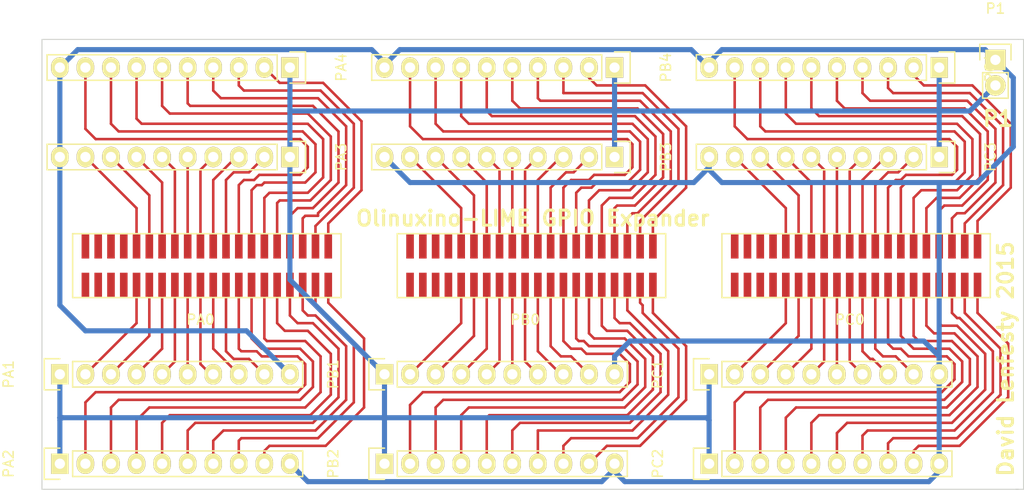
<source format=kicad_pcb>
(kicad_pcb (version 4) (host pcbnew 4.0.0-rc2-stable)

  (general
    (links 120)
    (no_connects 0)
    (area 105.735 66.873 210.140334 117.017762)
    (thickness 1.6)
    (drawings 9)
    (tracks 611)
    (zones 0)
    (modules 16)
    (nets 123)
  )

  (page A3)
  (layers
    (0 F.Cu jumper)
    (31 B.Cu signal)
    (32 B.Adhes user)
    (33 F.Adhes user)
    (34 B.Paste user)
    (35 F.Paste user)
    (36 B.SilkS user)
    (37 F.SilkS user)
    (38 B.Mask user)
    (39 F.Mask user)
    (40 Dwgs.User user)
    (41 Cmts.User user)
    (42 Eco1.User user)
    (43 Eco2.User user)
    (44 Edge.Cuts user)
  )

  (setup
    (last_trace_width 0.254)
    (user_trace_width 0.508)
    (trace_clearance 0.254)
    (zone_clearance 0.508)
    (zone_45_only no)
    (trace_min 0.254)
    (segment_width 0.2)
    (edge_width 0.1)
    (via_size 0.889)
    (via_drill 0.635)
    (via_min_size 0.889)
    (via_min_drill 0.508)
    (uvia_size 0.508)
    (uvia_drill 0.127)
    (uvias_allowed no)
    (uvia_min_size 0.508)
    (uvia_min_drill 0.127)
    (pcb_text_width 0.3)
    (pcb_text_size 1.5 1.5)
    (mod_edge_width 0.15)
    (mod_text_size 1 1)
    (mod_text_width 0.15)
    (pad_size 1.5 1.5)
    (pad_drill 0.6)
    (pad_to_mask_clearance 0)
    (aux_axis_origin 0 0)
    (visible_elements FFFFFFBF)
    (pcbplotparams
      (layerselection 0x010f0_80000001)
      (usegerberextensions false)
      (excludeedgelayer true)
      (linewidth 0.150000)
      (plotframeref false)
      (viasonmask false)
      (mode 1)
      (useauxorigin false)
      (hpglpennumber 1)
      (hpglpenspeed 20)
      (hpglpendiameter 15)
      (hpglpenoverlay 2)
      (psnegative false)
      (psa4output false)
      (plotreference true)
      (plotvalue true)
      (plotinvisibletext false)
      (padsonsilk false)
      (subtractmaskfromsilk false)
      (outputformat 1)
      (mirror false)
      (drillshape 0)
      (scaleselection 1)
      (outputdirectory Gerbers/))
  )

  (net 0 "")
  (net 1 GND)
  (net 2 "Net-(PA0-Pad9)")
  (net 3 "Net-(PA0-Pad11)")
  (net 4 "Net-(PA0-Pad13)")
  (net 5 "Net-(PA0-Pad15)")
  (net 6 "Net-(PA0-Pad17)")
  (net 7 "Net-(PA0-Pad19)")
  (net 8 "Net-(PA0-Pad21)")
  (net 9 "Net-(PA0-Pad23)")
  (net 10 +5V)
  (net 11 "Net-(PA0-Pad25)")
  (net 12 "Net-(PA0-Pad27)")
  (net 13 "Net-(PA0-Pad29)")
  (net 14 "Net-(PA0-Pad31)")
  (net 15 "Net-(PA0-Pad33)")
  (net 16 "Net-(PA0-Pad35)")
  (net 17 "Net-(PA0-Pad37)")
  (net 18 "Net-(PA0-Pad39)")
  (net 19 "Net-(PA0-Pad24)")
  (net 20 "Net-(PA0-Pad22)")
  (net 21 "Net-(PA0-Pad20)")
  (net 22 "Net-(PA0-Pad18)")
  (net 23 "Net-(PA0-Pad16)")
  (net 24 "Net-(PA0-Pad14)")
  (net 25 "Net-(PA0-Pad12)")
  (net 26 "Net-(PA0-Pad10)")
  (net 27 "Net-(PA0-Pad40)")
  (net 28 "Net-(PA0-Pad38)")
  (net 29 "Net-(PA0-Pad36)")
  (net 30 "Net-(PA0-Pad34)")
  (net 31 "Net-(PA0-Pad32)")
  (net 32 "Net-(PA0-Pad30)")
  (net 33 "Net-(PA0-Pad28)")
  (net 34 "Net-(PA0-Pad26)")
  (net 35 "Net-(PB0-Pad9)")
  (net 36 "Net-(PB0-Pad11)")
  (net 37 "Net-(PB0-Pad13)")
  (net 38 "Net-(PB0-Pad15)")
  (net 39 "Net-(PB0-Pad17)")
  (net 40 "Net-(PB0-Pad19)")
  (net 41 "Net-(PB0-Pad21)")
  (net 42 "Net-(PB0-Pad23)")
  (net 43 "Net-(PB0-Pad25)")
  (net 44 "Net-(PB0-Pad27)")
  (net 45 "Net-(PB0-Pad29)")
  (net 46 "Net-(PB0-Pad31)")
  (net 47 "Net-(PB0-Pad33)")
  (net 48 "Net-(PB0-Pad35)")
  (net 49 "Net-(PB0-Pad37)")
  (net 50 "Net-(PB0-Pad39)")
  (net 51 "Net-(PB0-Pad24)")
  (net 52 "Net-(PB0-Pad22)")
  (net 53 "Net-(PB0-Pad20)")
  (net 54 "Net-(PB0-Pad18)")
  (net 55 "Net-(PB0-Pad16)")
  (net 56 "Net-(PB0-Pad14)")
  (net 57 "Net-(PB0-Pad12)")
  (net 58 "Net-(PB0-Pad10)")
  (net 59 "Net-(PB0-Pad40)")
  (net 60 "Net-(PB0-Pad38)")
  (net 61 "Net-(PB0-Pad36)")
  (net 62 "Net-(PB0-Pad34)")
  (net 63 "Net-(PB0-Pad32)")
  (net 64 "Net-(PB0-Pad30)")
  (net 65 "Net-(PB0-Pad28)")
  (net 66 "Net-(PB0-Pad26)")
  (net 67 "Net-(PC0-Pad9)")
  (net 68 "Net-(PC0-Pad11)")
  (net 69 "Net-(PC0-Pad13)")
  (net 70 "Net-(PC0-Pad15)")
  (net 71 "Net-(PC0-Pad17)")
  (net 72 "Net-(PC0-Pad19)")
  (net 73 "Net-(PC0-Pad21)")
  (net 74 "Net-(PC0-Pad23)")
  (net 75 "Net-(PC0-Pad25)")
  (net 76 "Net-(PC0-Pad27)")
  (net 77 "Net-(PC0-Pad29)")
  (net 78 "Net-(PC0-Pad31)")
  (net 79 "Net-(PC0-Pad33)")
  (net 80 "Net-(PC0-Pad35)")
  (net 81 "Net-(PC0-Pad37)")
  (net 82 "Net-(PC0-Pad39)")
  (net 83 "Net-(PC0-Pad24)")
  (net 84 "Net-(PC0-Pad22)")
  (net 85 "Net-(PC0-Pad20)")
  (net 86 "Net-(PC0-Pad18)")
  (net 87 "Net-(PC0-Pad16)")
  (net 88 "Net-(PC0-Pad14)")
  (net 89 "Net-(PC0-Pad12)")
  (net 90 "Net-(PC0-Pad10)")
  (net 91 "Net-(PC0-Pad40)")
  (net 92 "Net-(PC0-Pad38)")
  (net 93 "Net-(PC0-Pad36)")
  (net 94 "Net-(PC0-Pad34)")
  (net 95 "Net-(PC0-Pad32)")
  (net 96 "Net-(PC0-Pad30)")
  (net 97 "Net-(PC0-Pad28)")
  (net 98 "Net-(PC0-Pad26)")
  (net 99 "Net-(PA0-Pad1)")
  (net 100 "Net-(PA0-Pad2)")
  (net 101 "Net-(PA0-Pad4)")
  (net 102 "Net-(PA0-Pad3)")
  (net 103 "Net-(PA0-Pad7)")
  (net 104 "Net-(PA0-Pad8)")
  (net 105 "Net-(PA0-Pad6)")
  (net 106 "Net-(PA0-Pad5)")
  (net 107 "Net-(PB0-Pad1)")
  (net 108 "Net-(PB0-Pad2)")
  (net 109 "Net-(PB0-Pad4)")
  (net 110 "Net-(PB0-Pad3)")
  (net 111 "Net-(PB0-Pad7)")
  (net 112 "Net-(PB0-Pad8)")
  (net 113 "Net-(PB0-Pad6)")
  (net 114 "Net-(PB0-Pad5)")
  (net 115 "Net-(PC0-Pad1)")
  (net 116 "Net-(PC0-Pad2)")
  (net 117 "Net-(PC0-Pad4)")
  (net 118 "Net-(PC0-Pad3)")
  (net 119 "Net-(PC0-Pad7)")
  (net 120 "Net-(PC0-Pad8)")
  (net 121 "Net-(PC0-Pad6)")
  (net 122 "Net-(PC0-Pad5)")

  (net_class Default "This is the default net class."
    (clearance 0.254)
    (trace_width 0.254)
    (via_dia 0.889)
    (via_drill 0.635)
    (uvia_dia 0.508)
    (uvia_drill 0.127)
    (add_net +5V)
    (add_net GND)
    (add_net "Net-(PA0-Pad1)")
    (add_net "Net-(PA0-Pad10)")
    (add_net "Net-(PA0-Pad11)")
    (add_net "Net-(PA0-Pad12)")
    (add_net "Net-(PA0-Pad13)")
    (add_net "Net-(PA0-Pad14)")
    (add_net "Net-(PA0-Pad15)")
    (add_net "Net-(PA0-Pad16)")
    (add_net "Net-(PA0-Pad17)")
    (add_net "Net-(PA0-Pad18)")
    (add_net "Net-(PA0-Pad19)")
    (add_net "Net-(PA0-Pad2)")
    (add_net "Net-(PA0-Pad20)")
    (add_net "Net-(PA0-Pad21)")
    (add_net "Net-(PA0-Pad22)")
    (add_net "Net-(PA0-Pad23)")
    (add_net "Net-(PA0-Pad24)")
    (add_net "Net-(PA0-Pad25)")
    (add_net "Net-(PA0-Pad26)")
    (add_net "Net-(PA0-Pad27)")
    (add_net "Net-(PA0-Pad28)")
    (add_net "Net-(PA0-Pad29)")
    (add_net "Net-(PA0-Pad3)")
    (add_net "Net-(PA0-Pad30)")
    (add_net "Net-(PA0-Pad31)")
    (add_net "Net-(PA0-Pad32)")
    (add_net "Net-(PA0-Pad33)")
    (add_net "Net-(PA0-Pad34)")
    (add_net "Net-(PA0-Pad35)")
    (add_net "Net-(PA0-Pad36)")
    (add_net "Net-(PA0-Pad37)")
    (add_net "Net-(PA0-Pad38)")
    (add_net "Net-(PA0-Pad39)")
    (add_net "Net-(PA0-Pad4)")
    (add_net "Net-(PA0-Pad40)")
    (add_net "Net-(PA0-Pad5)")
    (add_net "Net-(PA0-Pad6)")
    (add_net "Net-(PA0-Pad7)")
    (add_net "Net-(PA0-Pad8)")
    (add_net "Net-(PA0-Pad9)")
    (add_net "Net-(PB0-Pad1)")
    (add_net "Net-(PB0-Pad10)")
    (add_net "Net-(PB0-Pad11)")
    (add_net "Net-(PB0-Pad12)")
    (add_net "Net-(PB0-Pad13)")
    (add_net "Net-(PB0-Pad14)")
    (add_net "Net-(PB0-Pad15)")
    (add_net "Net-(PB0-Pad16)")
    (add_net "Net-(PB0-Pad17)")
    (add_net "Net-(PB0-Pad18)")
    (add_net "Net-(PB0-Pad19)")
    (add_net "Net-(PB0-Pad2)")
    (add_net "Net-(PB0-Pad20)")
    (add_net "Net-(PB0-Pad21)")
    (add_net "Net-(PB0-Pad22)")
    (add_net "Net-(PB0-Pad23)")
    (add_net "Net-(PB0-Pad24)")
    (add_net "Net-(PB0-Pad25)")
    (add_net "Net-(PB0-Pad26)")
    (add_net "Net-(PB0-Pad27)")
    (add_net "Net-(PB0-Pad28)")
    (add_net "Net-(PB0-Pad29)")
    (add_net "Net-(PB0-Pad3)")
    (add_net "Net-(PB0-Pad30)")
    (add_net "Net-(PB0-Pad31)")
    (add_net "Net-(PB0-Pad32)")
    (add_net "Net-(PB0-Pad33)")
    (add_net "Net-(PB0-Pad34)")
    (add_net "Net-(PB0-Pad35)")
    (add_net "Net-(PB0-Pad36)")
    (add_net "Net-(PB0-Pad37)")
    (add_net "Net-(PB0-Pad38)")
    (add_net "Net-(PB0-Pad39)")
    (add_net "Net-(PB0-Pad4)")
    (add_net "Net-(PB0-Pad40)")
    (add_net "Net-(PB0-Pad5)")
    (add_net "Net-(PB0-Pad6)")
    (add_net "Net-(PB0-Pad7)")
    (add_net "Net-(PB0-Pad8)")
    (add_net "Net-(PB0-Pad9)")
    (add_net "Net-(PC0-Pad1)")
    (add_net "Net-(PC0-Pad10)")
    (add_net "Net-(PC0-Pad11)")
    (add_net "Net-(PC0-Pad12)")
    (add_net "Net-(PC0-Pad13)")
    (add_net "Net-(PC0-Pad14)")
    (add_net "Net-(PC0-Pad15)")
    (add_net "Net-(PC0-Pad16)")
    (add_net "Net-(PC0-Pad17)")
    (add_net "Net-(PC0-Pad18)")
    (add_net "Net-(PC0-Pad19)")
    (add_net "Net-(PC0-Pad2)")
    (add_net "Net-(PC0-Pad20)")
    (add_net "Net-(PC0-Pad21)")
    (add_net "Net-(PC0-Pad22)")
    (add_net "Net-(PC0-Pad23)")
    (add_net "Net-(PC0-Pad24)")
    (add_net "Net-(PC0-Pad25)")
    (add_net "Net-(PC0-Pad26)")
    (add_net "Net-(PC0-Pad27)")
    (add_net "Net-(PC0-Pad28)")
    (add_net "Net-(PC0-Pad29)")
    (add_net "Net-(PC0-Pad3)")
    (add_net "Net-(PC0-Pad30)")
    (add_net "Net-(PC0-Pad31)")
    (add_net "Net-(PC0-Pad32)")
    (add_net "Net-(PC0-Pad33)")
    (add_net "Net-(PC0-Pad34)")
    (add_net "Net-(PC0-Pad35)")
    (add_net "Net-(PC0-Pad36)")
    (add_net "Net-(PC0-Pad37)")
    (add_net "Net-(PC0-Pad38)")
    (add_net "Net-(PC0-Pad39)")
    (add_net "Net-(PC0-Pad4)")
    (add_net "Net-(PC0-Pad40)")
    (add_net "Net-(PC0-Pad5)")
    (add_net "Net-(PC0-Pad6)")
    (add_net "Net-(PC0-Pad7)")
    (add_net "Net-(PC0-Pad8)")
    (add_net "Net-(PC0-Pad9)")
  )

  (module Pin_Headers:Pin_Header_Straight_1x02 (layer F.Cu) (tedit 54EA090C) (tstamp 56450B8B)
    (at 204.978 73.152)
    (descr "Through hole pin header")
    (tags "pin header")
    (path /564505A6)
    (fp_text reference P1 (at 0 -5.1) (layer F.SilkS)
      (effects (font (size 1 1) (thickness 0.15)))
    )
    (fp_text value CONN_01X02 (at 0 -3.1) (layer F.Fab)
      (effects (font (size 1 1) (thickness 0.15)))
    )
    (fp_line (start 1.27 1.27) (end 1.27 3.81) (layer F.SilkS) (width 0.15))
    (fp_line (start 1.55 -1.55) (end 1.55 0) (layer F.SilkS) (width 0.15))
    (fp_line (start -1.75 -1.75) (end -1.75 4.3) (layer F.CrtYd) (width 0.05))
    (fp_line (start 1.75 -1.75) (end 1.75 4.3) (layer F.CrtYd) (width 0.05))
    (fp_line (start -1.75 -1.75) (end 1.75 -1.75) (layer F.CrtYd) (width 0.05))
    (fp_line (start -1.75 4.3) (end 1.75 4.3) (layer F.CrtYd) (width 0.05))
    (fp_line (start 1.27 1.27) (end -1.27 1.27) (layer F.SilkS) (width 0.15))
    (fp_line (start -1.55 0) (end -1.55 -1.55) (layer F.SilkS) (width 0.15))
    (fp_line (start -1.55 -1.55) (end 1.55 -1.55) (layer F.SilkS) (width 0.15))
    (fp_line (start -1.27 1.27) (end -1.27 3.81) (layer F.SilkS) (width 0.15))
    (fp_line (start -1.27 3.81) (end 1.27 3.81) (layer F.SilkS) (width 0.15))
    (pad 1 thru_hole rect (at 0 0) (size 2.032 2.032) (drill 1.016) (layers *.Cu *.Mask F.SilkS)
      (net 10 +5V))
    (pad 2 thru_hole oval (at 0 2.54) (size 2.032 2.032) (drill 1.016) (layers *.Cu *.Mask F.SilkS)
      (net 1 GND))
    (model Pin_Headers.3dshapes/Pin_Header_Straight_1x02.wrl
      (at (xyz 0 -0.05 0))
      (scale (xyz 1 1 1))
      (rotate (xyz 0 0 90))
    )
  )

  (module custom_conns:SMDPinHeaders_2X20_1.27pitch (layer F.Cu) (tedit 564501EC) (tstamp 56450BBB)
    (at 125.984 92.964)
    (descr 15)
    (path /5643ACC2)
    (fp_text reference PA0 (at 0 6) (layer F.SilkS)
      (effects (font (size 1 1) (thickness 0.15)))
    )
    (fp_text value CONN_20X2 (at 0 -6) (layer F.Fab)
      (effects (font (size 1 1) (thickness 0.15)))
    )
    (fp_line (start -12.7 -2.54) (end 13.97 -2.54) (layer F.SilkS) (width 0.15))
    (fp_line (start 13.97 -2.54) (end 13.97 3.81) (layer F.SilkS) (width 0.15))
    (fp_line (start 13.97 3.81) (end -12.7 3.81) (layer F.SilkS) (width 0.15))
    (fp_line (start -12.7 3.81) (end -12.7 -2.54) (layer F.SilkS) (width 0.15))
    (pad 1 smd rect (at -11.43 2.54) (size 0.76 2.4) (layers F.Cu F.Paste F.Mask)
      (net 99 "Net-(PA0-Pad1)"))
    (pad 2 smd rect (at -11.43 -1.27) (size 0.76 2.4) (layers F.Cu F.Paste F.Mask)
      (net 100 "Net-(PA0-Pad2)"))
    (pad 4 smd rect (at -10.16 -1.27) (size 0.76 2.4) (layers F.Cu F.Paste F.Mask)
      (net 101 "Net-(PA0-Pad4)"))
    (pad 3 smd rect (at -10.16 2.54) (size 0.76 2.4) (layers F.Cu F.Paste F.Mask)
      (net 102 "Net-(PA0-Pad3)"))
    (pad 7 smd rect (at -7.62 2.54) (size 0.76 2.4) (layers F.Cu F.Paste F.Mask)
      (net 103 "Net-(PA0-Pad7)"))
    (pad 8 smd rect (at -7.62 -1.27) (size 0.76 2.4) (layers F.Cu F.Paste F.Mask)
      (net 104 "Net-(PA0-Pad8)"))
    (pad 6 smd rect (at -8.89 -1.27) (size 0.76 2.4) (layers F.Cu F.Paste F.Mask)
      (net 105 "Net-(PA0-Pad6)"))
    (pad 5 smd rect (at -8.89 2.54) (size 0.76 2.4) (layers F.Cu F.Paste F.Mask)
      (net 106 "Net-(PA0-Pad5)"))
    (pad 10 smd rect (at -6.35 -1.27) (size 0.76 2.4) (layers F.Cu F.Paste F.Mask)
      (net 26 "Net-(PA0-Pad10)"))
    (pad 9 smd rect (at -6.35 2.54) (size 0.76 2.4) (layers F.Cu F.Paste F.Mask)
      (net 2 "Net-(PA0-Pad9)"))
    (pad 19 smd rect (at 0 2.54) (size 0.76 2.4) (layers F.Cu F.Paste F.Mask)
      (net 7 "Net-(PA0-Pad19)"))
    (pad 20 smd rect (at 0 -1.27) (size 0.76 2.4) (layers F.Cu F.Paste F.Mask)
      (net 21 "Net-(PA0-Pad20)"))
    (pad 15 smd rect (at -2.54 2.54) (size 0.76 2.4) (layers F.Cu F.Paste F.Mask)
      (net 5 "Net-(PA0-Pad15)"))
    (pad 16 smd rect (at -2.54 -1.27) (size 0.76 2.4) (layers F.Cu F.Paste F.Mask)
      (net 23 "Net-(PA0-Pad16)"))
    (pad 18 smd rect (at -1.27 -1.27) (size 0.76 2.4) (layers F.Cu F.Paste F.Mask)
      (net 22 "Net-(PA0-Pad18)"))
    (pad 17 smd rect (at -1.27 2.54) (size 0.76 2.4) (layers F.Cu F.Paste F.Mask)
      (net 6 "Net-(PA0-Pad17)"))
    (pad 13 smd rect (at -3.81 2.54) (size 0.76 2.4) (layers F.Cu F.Paste F.Mask)
      (net 4 "Net-(PA0-Pad13)"))
    (pad 14 smd rect (at -3.81 -1.27) (size 0.76 2.4) (layers F.Cu F.Paste F.Mask)
      (net 24 "Net-(PA0-Pad14)"))
    (pad 12 smd rect (at -5.08 -1.27) (size 0.76 2.4) (layers F.Cu F.Paste F.Mask)
      (net 25 "Net-(PA0-Pad12)"))
    (pad 11 smd rect (at -5.08 2.54) (size 0.76 2.4) (layers F.Cu F.Paste F.Mask)
      (net 3 "Net-(PA0-Pad11)"))
    (pad 31 smd rect (at 7.62 2.54) (size 0.76 2.4) (layers F.Cu F.Paste F.Mask)
      (net 14 "Net-(PA0-Pad31)"))
    (pad 32 smd rect (at 7.62 -1.27) (size 0.76 2.4) (layers F.Cu F.Paste F.Mask)
      (net 31 "Net-(PA0-Pad32)"))
    (pad 34 smd rect (at 8.89 -1.27) (size 0.76 2.4) (layers F.Cu F.Paste F.Mask)
      (net 30 "Net-(PA0-Pad34)"))
    (pad 33 smd rect (at 8.89 2.54) (size 0.76 2.4) (layers F.Cu F.Paste F.Mask)
      (net 15 "Net-(PA0-Pad33)"))
    (pad 37 smd rect (at 11.43 2.54) (size 0.76 2.4) (layers F.Cu F.Paste F.Mask)
      (net 17 "Net-(PA0-Pad37)"))
    (pad 38 smd rect (at 11.43 -1.27) (size 0.76 2.4) (layers F.Cu F.Paste F.Mask)
      (net 28 "Net-(PA0-Pad38)"))
    (pad 36 smd rect (at 10.16 -1.27) (size 0.76 2.4) (layers F.Cu F.Paste F.Mask)
      (net 29 "Net-(PA0-Pad36)"))
    (pad 35 smd rect (at 10.16 2.54) (size 0.76 2.4) (layers F.Cu F.Paste F.Mask)
      (net 16 "Net-(PA0-Pad35)"))
    (pad 40 smd rect (at 12.7 -1.27) (size 0.76 2.4) (layers F.Cu F.Paste F.Mask)
      (net 27 "Net-(PA0-Pad40)"))
    (pad 39 smd rect (at 12.7 2.54) (size 0.76 2.4) (layers F.Cu F.Paste F.Mask)
      (net 18 "Net-(PA0-Pad39)"))
    (pad 29 smd rect (at 6.35 2.54) (size 0.76 2.4) (layers F.Cu F.Paste F.Mask)
      (net 13 "Net-(PA0-Pad29)"))
    (pad 30 smd rect (at 6.35 -1.27) (size 0.76 2.4) (layers F.Cu F.Paste F.Mask)
      (net 32 "Net-(PA0-Pad30)"))
    (pad 25 smd rect (at 3.81 2.54) (size 0.76 2.4) (layers F.Cu F.Paste F.Mask)
      (net 11 "Net-(PA0-Pad25)"))
    (pad 26 smd rect (at 3.81 -1.27) (size 0.76 2.4) (layers F.Cu F.Paste F.Mask)
      (net 34 "Net-(PA0-Pad26)"))
    (pad 28 smd rect (at 5.08 -1.27) (size 0.76 2.4) (layers F.Cu F.Paste F.Mask)
      (net 33 "Net-(PA0-Pad28)"))
    (pad 27 smd rect (at 5.08 2.54) (size 0.76 2.4) (layers F.Cu F.Paste F.Mask)
      (net 12 "Net-(PA0-Pad27)"))
    (pad 23 smd rect (at 2.54 2.54) (size 0.76 2.4) (layers F.Cu F.Paste F.Mask)
      (net 9 "Net-(PA0-Pad23)"))
    (pad 24 smd rect (at 2.54 -1.27) (size 0.76 2.4) (layers F.Cu F.Paste F.Mask)
      (net 19 "Net-(PA0-Pad24)"))
    (pad 22 smd rect (at 1.27 -1.27) (size 0.76 2.4) (layers F.Cu F.Paste F.Mask)
      (net 20 "Net-(PA0-Pad22)"))
    (pad 21 smd rect (at 1.27 2.54) (size 0.76 2.4) (layers F.Cu F.Paste F.Mask)
      (net 8 "Net-(PA0-Pad21)"))
  )

  (module custom_conns:SMDPinHeaders_2X20_1.27pitch (layer F.Cu) (tedit 564501EC) (tstamp 56450BEB)
    (at 158.242 92.964)
    (descr 15)
    (path /5643E8EA)
    (fp_text reference PB0 (at 0 6) (layer F.SilkS)
      (effects (font (size 1 1) (thickness 0.15)))
    )
    (fp_text value CONN_20X2 (at 0 -6) (layer F.Fab)
      (effects (font (size 1 1) (thickness 0.15)))
    )
    (fp_line (start -12.7 -2.54) (end 13.97 -2.54) (layer F.SilkS) (width 0.15))
    (fp_line (start 13.97 -2.54) (end 13.97 3.81) (layer F.SilkS) (width 0.15))
    (fp_line (start 13.97 3.81) (end -12.7 3.81) (layer F.SilkS) (width 0.15))
    (fp_line (start -12.7 3.81) (end -12.7 -2.54) (layer F.SilkS) (width 0.15))
    (pad 1 smd rect (at -11.43 2.54) (size 0.76 2.4) (layers F.Cu F.Paste F.Mask)
      (net 107 "Net-(PB0-Pad1)"))
    (pad 2 smd rect (at -11.43 -1.27) (size 0.76 2.4) (layers F.Cu F.Paste F.Mask)
      (net 108 "Net-(PB0-Pad2)"))
    (pad 4 smd rect (at -10.16 -1.27) (size 0.76 2.4) (layers F.Cu F.Paste F.Mask)
      (net 109 "Net-(PB0-Pad4)"))
    (pad 3 smd rect (at -10.16 2.54) (size 0.76 2.4) (layers F.Cu F.Paste F.Mask)
      (net 110 "Net-(PB0-Pad3)"))
    (pad 7 smd rect (at -7.62 2.54) (size 0.76 2.4) (layers F.Cu F.Paste F.Mask)
      (net 111 "Net-(PB0-Pad7)"))
    (pad 8 smd rect (at -7.62 -1.27) (size 0.76 2.4) (layers F.Cu F.Paste F.Mask)
      (net 112 "Net-(PB0-Pad8)"))
    (pad 6 smd rect (at -8.89 -1.27) (size 0.76 2.4) (layers F.Cu F.Paste F.Mask)
      (net 113 "Net-(PB0-Pad6)"))
    (pad 5 smd rect (at -8.89 2.54) (size 0.76 2.4) (layers F.Cu F.Paste F.Mask)
      (net 114 "Net-(PB0-Pad5)"))
    (pad 10 smd rect (at -6.35 -1.27) (size 0.76 2.4) (layers F.Cu F.Paste F.Mask)
      (net 58 "Net-(PB0-Pad10)"))
    (pad 9 smd rect (at -6.35 2.54) (size 0.76 2.4) (layers F.Cu F.Paste F.Mask)
      (net 35 "Net-(PB0-Pad9)"))
    (pad 19 smd rect (at 0 2.54) (size 0.76 2.4) (layers F.Cu F.Paste F.Mask)
      (net 40 "Net-(PB0-Pad19)"))
    (pad 20 smd rect (at 0 -1.27) (size 0.76 2.4) (layers F.Cu F.Paste F.Mask)
      (net 53 "Net-(PB0-Pad20)"))
    (pad 15 smd rect (at -2.54 2.54) (size 0.76 2.4) (layers F.Cu F.Paste F.Mask)
      (net 38 "Net-(PB0-Pad15)"))
    (pad 16 smd rect (at -2.54 -1.27) (size 0.76 2.4) (layers F.Cu F.Paste F.Mask)
      (net 55 "Net-(PB0-Pad16)"))
    (pad 18 smd rect (at -1.27 -1.27) (size 0.76 2.4) (layers F.Cu F.Paste F.Mask)
      (net 54 "Net-(PB0-Pad18)"))
    (pad 17 smd rect (at -1.27 2.54) (size 0.76 2.4) (layers F.Cu F.Paste F.Mask)
      (net 39 "Net-(PB0-Pad17)"))
    (pad 13 smd rect (at -3.81 2.54) (size 0.76 2.4) (layers F.Cu F.Paste F.Mask)
      (net 37 "Net-(PB0-Pad13)"))
    (pad 14 smd rect (at -3.81 -1.27) (size 0.76 2.4) (layers F.Cu F.Paste F.Mask)
      (net 56 "Net-(PB0-Pad14)"))
    (pad 12 smd rect (at -5.08 -1.27) (size 0.76 2.4) (layers F.Cu F.Paste F.Mask)
      (net 57 "Net-(PB0-Pad12)"))
    (pad 11 smd rect (at -5.08 2.54) (size 0.76 2.4) (layers F.Cu F.Paste F.Mask)
      (net 36 "Net-(PB0-Pad11)"))
    (pad 31 smd rect (at 7.62 2.54) (size 0.76 2.4) (layers F.Cu F.Paste F.Mask)
      (net 46 "Net-(PB0-Pad31)"))
    (pad 32 smd rect (at 7.62 -1.27) (size 0.76 2.4) (layers F.Cu F.Paste F.Mask)
      (net 63 "Net-(PB0-Pad32)"))
    (pad 34 smd rect (at 8.89 -1.27) (size 0.76 2.4) (layers F.Cu F.Paste F.Mask)
      (net 62 "Net-(PB0-Pad34)"))
    (pad 33 smd rect (at 8.89 2.54) (size 0.76 2.4) (layers F.Cu F.Paste F.Mask)
      (net 47 "Net-(PB0-Pad33)"))
    (pad 37 smd rect (at 11.43 2.54) (size 0.76 2.4) (layers F.Cu F.Paste F.Mask)
      (net 49 "Net-(PB0-Pad37)"))
    (pad 38 smd rect (at 11.43 -1.27) (size 0.76 2.4) (layers F.Cu F.Paste F.Mask)
      (net 60 "Net-(PB0-Pad38)"))
    (pad 36 smd rect (at 10.16 -1.27) (size 0.76 2.4) (layers F.Cu F.Paste F.Mask)
      (net 61 "Net-(PB0-Pad36)"))
    (pad 35 smd rect (at 10.16 2.54) (size 0.76 2.4) (layers F.Cu F.Paste F.Mask)
      (net 48 "Net-(PB0-Pad35)"))
    (pad 40 smd rect (at 12.7 -1.27) (size 0.76 2.4) (layers F.Cu F.Paste F.Mask)
      (net 59 "Net-(PB0-Pad40)"))
    (pad 39 smd rect (at 12.7 2.54) (size 0.76 2.4) (layers F.Cu F.Paste F.Mask)
      (net 50 "Net-(PB0-Pad39)"))
    (pad 29 smd rect (at 6.35 2.54) (size 0.76 2.4) (layers F.Cu F.Paste F.Mask)
      (net 45 "Net-(PB0-Pad29)"))
    (pad 30 smd rect (at 6.35 -1.27) (size 0.76 2.4) (layers F.Cu F.Paste F.Mask)
      (net 64 "Net-(PB0-Pad30)"))
    (pad 25 smd rect (at 3.81 2.54) (size 0.76 2.4) (layers F.Cu F.Paste F.Mask)
      (net 43 "Net-(PB0-Pad25)"))
    (pad 26 smd rect (at 3.81 -1.27) (size 0.76 2.4) (layers F.Cu F.Paste F.Mask)
      (net 66 "Net-(PB0-Pad26)"))
    (pad 28 smd rect (at 5.08 -1.27) (size 0.76 2.4) (layers F.Cu F.Paste F.Mask)
      (net 65 "Net-(PB0-Pad28)"))
    (pad 27 smd rect (at 5.08 2.54) (size 0.76 2.4) (layers F.Cu F.Paste F.Mask)
      (net 44 "Net-(PB0-Pad27)"))
    (pad 23 smd rect (at 2.54 2.54) (size 0.76 2.4) (layers F.Cu F.Paste F.Mask)
      (net 42 "Net-(PB0-Pad23)"))
    (pad 24 smd rect (at 2.54 -1.27) (size 0.76 2.4) (layers F.Cu F.Paste F.Mask)
      (net 51 "Net-(PB0-Pad24)"))
    (pad 22 smd rect (at 1.27 -1.27) (size 0.76 2.4) (layers F.Cu F.Paste F.Mask)
      (net 52 "Net-(PB0-Pad22)"))
    (pad 21 smd rect (at 1.27 2.54) (size 0.76 2.4) (layers F.Cu F.Paste F.Mask)
      (net 41 "Net-(PB0-Pad21)"))
  )

  (module custom_conns:SMDPinHeaders_2X20_1.27pitch (layer F.Cu) (tedit 564501EC) (tstamp 56450C1B)
    (at 190.5 92.964)
    (descr 15)
    (path /5643E986)
    (fp_text reference PC0 (at 0 6) (layer F.SilkS)
      (effects (font (size 1 1) (thickness 0.15)))
    )
    (fp_text value CONN_20X2 (at 0 -6) (layer F.Fab)
      (effects (font (size 1 1) (thickness 0.15)))
    )
    (fp_line (start -12.7 -2.54) (end 13.97 -2.54) (layer F.SilkS) (width 0.15))
    (fp_line (start 13.97 -2.54) (end 13.97 3.81) (layer F.SilkS) (width 0.15))
    (fp_line (start 13.97 3.81) (end -12.7 3.81) (layer F.SilkS) (width 0.15))
    (fp_line (start -12.7 3.81) (end -12.7 -2.54) (layer F.SilkS) (width 0.15))
    (pad 1 smd rect (at -11.43 2.54) (size 0.76 2.4) (layers F.Cu F.Paste F.Mask)
      (net 115 "Net-(PC0-Pad1)"))
    (pad 2 smd rect (at -11.43 -1.27) (size 0.76 2.4) (layers F.Cu F.Paste F.Mask)
      (net 116 "Net-(PC0-Pad2)"))
    (pad 4 smd rect (at -10.16 -1.27) (size 0.76 2.4) (layers F.Cu F.Paste F.Mask)
      (net 117 "Net-(PC0-Pad4)"))
    (pad 3 smd rect (at -10.16 2.54) (size 0.76 2.4) (layers F.Cu F.Paste F.Mask)
      (net 118 "Net-(PC0-Pad3)"))
    (pad 7 smd rect (at -7.62 2.54) (size 0.76 2.4) (layers F.Cu F.Paste F.Mask)
      (net 119 "Net-(PC0-Pad7)"))
    (pad 8 smd rect (at -7.62 -1.27) (size 0.76 2.4) (layers F.Cu F.Paste F.Mask)
      (net 120 "Net-(PC0-Pad8)"))
    (pad 6 smd rect (at -8.89 -1.27) (size 0.76 2.4) (layers F.Cu F.Paste F.Mask)
      (net 121 "Net-(PC0-Pad6)"))
    (pad 5 smd rect (at -8.89 2.54) (size 0.76 2.4) (layers F.Cu F.Paste F.Mask)
      (net 122 "Net-(PC0-Pad5)"))
    (pad 10 smd rect (at -6.35 -1.27) (size 0.76 2.4) (layers F.Cu F.Paste F.Mask)
      (net 90 "Net-(PC0-Pad10)"))
    (pad 9 smd rect (at -6.35 2.54) (size 0.76 2.4) (layers F.Cu F.Paste F.Mask)
      (net 67 "Net-(PC0-Pad9)"))
    (pad 19 smd rect (at 0 2.54) (size 0.76 2.4) (layers F.Cu F.Paste F.Mask)
      (net 72 "Net-(PC0-Pad19)"))
    (pad 20 smd rect (at 0 -1.27) (size 0.76 2.4) (layers F.Cu F.Paste F.Mask)
      (net 85 "Net-(PC0-Pad20)"))
    (pad 15 smd rect (at -2.54 2.54) (size 0.76 2.4) (layers F.Cu F.Paste F.Mask)
      (net 70 "Net-(PC0-Pad15)"))
    (pad 16 smd rect (at -2.54 -1.27) (size 0.76 2.4) (layers F.Cu F.Paste F.Mask)
      (net 87 "Net-(PC0-Pad16)"))
    (pad 18 smd rect (at -1.27 -1.27) (size 0.76 2.4) (layers F.Cu F.Paste F.Mask)
      (net 86 "Net-(PC0-Pad18)"))
    (pad 17 smd rect (at -1.27 2.54) (size 0.76 2.4) (layers F.Cu F.Paste F.Mask)
      (net 71 "Net-(PC0-Pad17)"))
    (pad 13 smd rect (at -3.81 2.54) (size 0.76 2.4) (layers F.Cu F.Paste F.Mask)
      (net 69 "Net-(PC0-Pad13)"))
    (pad 14 smd rect (at -3.81 -1.27) (size 0.76 2.4) (layers F.Cu F.Paste F.Mask)
      (net 88 "Net-(PC0-Pad14)"))
    (pad 12 smd rect (at -5.08 -1.27) (size 0.76 2.4) (layers F.Cu F.Paste F.Mask)
      (net 89 "Net-(PC0-Pad12)"))
    (pad 11 smd rect (at -5.08 2.54) (size 0.76 2.4) (layers F.Cu F.Paste F.Mask)
      (net 68 "Net-(PC0-Pad11)"))
    (pad 31 smd rect (at 7.62 2.54) (size 0.76 2.4) (layers F.Cu F.Paste F.Mask)
      (net 78 "Net-(PC0-Pad31)"))
    (pad 32 smd rect (at 7.62 -1.27) (size 0.76 2.4) (layers F.Cu F.Paste F.Mask)
      (net 95 "Net-(PC0-Pad32)"))
    (pad 34 smd rect (at 8.89 -1.27) (size 0.76 2.4) (layers F.Cu F.Paste F.Mask)
      (net 94 "Net-(PC0-Pad34)"))
    (pad 33 smd rect (at 8.89 2.54) (size 0.76 2.4) (layers F.Cu F.Paste F.Mask)
      (net 79 "Net-(PC0-Pad33)"))
    (pad 37 smd rect (at 11.43 2.54) (size 0.76 2.4) (layers F.Cu F.Paste F.Mask)
      (net 81 "Net-(PC0-Pad37)"))
    (pad 38 smd rect (at 11.43 -1.27) (size 0.76 2.4) (layers F.Cu F.Paste F.Mask)
      (net 92 "Net-(PC0-Pad38)"))
    (pad 36 smd rect (at 10.16 -1.27) (size 0.76 2.4) (layers F.Cu F.Paste F.Mask)
      (net 93 "Net-(PC0-Pad36)"))
    (pad 35 smd rect (at 10.16 2.54) (size 0.76 2.4) (layers F.Cu F.Paste F.Mask)
      (net 80 "Net-(PC0-Pad35)"))
    (pad 40 smd rect (at 12.7 -1.27) (size 0.76 2.4) (layers F.Cu F.Paste F.Mask)
      (net 91 "Net-(PC0-Pad40)"))
    (pad 39 smd rect (at 12.7 2.54) (size 0.76 2.4) (layers F.Cu F.Paste F.Mask)
      (net 82 "Net-(PC0-Pad39)"))
    (pad 29 smd rect (at 6.35 2.54) (size 0.76 2.4) (layers F.Cu F.Paste F.Mask)
      (net 77 "Net-(PC0-Pad29)"))
    (pad 30 smd rect (at 6.35 -1.27) (size 0.76 2.4) (layers F.Cu F.Paste F.Mask)
      (net 96 "Net-(PC0-Pad30)"))
    (pad 25 smd rect (at 3.81 2.54) (size 0.76 2.4) (layers F.Cu F.Paste F.Mask)
      (net 75 "Net-(PC0-Pad25)"))
    (pad 26 smd rect (at 3.81 -1.27) (size 0.76 2.4) (layers F.Cu F.Paste F.Mask)
      (net 98 "Net-(PC0-Pad26)"))
    (pad 28 smd rect (at 5.08 -1.27) (size 0.76 2.4) (layers F.Cu F.Paste F.Mask)
      (net 97 "Net-(PC0-Pad28)"))
    (pad 27 smd rect (at 5.08 2.54) (size 0.76 2.4) (layers F.Cu F.Paste F.Mask)
      (net 76 "Net-(PC0-Pad27)"))
    (pad 23 smd rect (at 2.54 2.54) (size 0.76 2.4) (layers F.Cu F.Paste F.Mask)
      (net 74 "Net-(PC0-Pad23)"))
    (pad 24 smd rect (at 2.54 -1.27) (size 0.76 2.4) (layers F.Cu F.Paste F.Mask)
      (net 83 "Net-(PC0-Pad24)"))
    (pad 22 smd rect (at 1.27 -1.27) (size 0.76 2.4) (layers F.Cu F.Paste F.Mask)
      (net 84 "Net-(PC0-Pad22)"))
    (pad 21 smd rect (at 1.27 2.54) (size 0.76 2.4) (layers F.Cu F.Paste F.Mask)
      (net 73 "Net-(PC0-Pad21)"))
  )

  (module Pin_Headers:Pin_Header_Straight_1x10 (layer F.Cu) (tedit 0) (tstamp 564507A5)
    (at 112.014 104.394 90)
    (descr "Through hole pin header")
    (tags "pin header")
    (path /5643D59F)
    (fp_text reference PA1 (at 0 -5.1 90) (layer F.SilkS)
      (effects (font (size 1 1) (thickness 0.15)))
    )
    (fp_text value CONN_10 (at 0 -3.1 90) (layer F.Fab)
      (effects (font (size 1 1) (thickness 0.15)))
    )
    (fp_line (start -1.75 -1.75) (end -1.75 24.65) (layer F.CrtYd) (width 0.05))
    (fp_line (start 1.75 -1.75) (end 1.75 24.65) (layer F.CrtYd) (width 0.05))
    (fp_line (start -1.75 -1.75) (end 1.75 -1.75) (layer F.CrtYd) (width 0.05))
    (fp_line (start -1.75 24.65) (end 1.75 24.65) (layer F.CrtYd) (width 0.05))
    (fp_line (start 1.27 1.27) (end 1.27 24.13) (layer F.SilkS) (width 0.15))
    (fp_line (start 1.27 24.13) (end -1.27 24.13) (layer F.SilkS) (width 0.15))
    (fp_line (start -1.27 24.13) (end -1.27 1.27) (layer F.SilkS) (width 0.15))
    (fp_line (start 1.55 -1.55) (end 1.55 0) (layer F.SilkS) (width 0.15))
    (fp_line (start 1.27 1.27) (end -1.27 1.27) (layer F.SilkS) (width 0.15))
    (fp_line (start -1.55 0) (end -1.55 -1.55) (layer F.SilkS) (width 0.15))
    (fp_line (start -1.55 -1.55) (end 1.55 -1.55) (layer F.SilkS) (width 0.15))
    (pad 1 thru_hole rect (at 0 0 90) (size 2.032 1.7272) (drill 1.016) (layers *.Cu *.Mask F.SilkS)
      (net 1 GND))
    (pad 2 thru_hole oval (at 0 2.54 90) (size 2.032 1.7272) (drill 1.016) (layers *.Cu *.Mask F.SilkS)
      (net 2 "Net-(PA0-Pad9)"))
    (pad 3 thru_hole oval (at 0 5.08 90) (size 2.032 1.7272) (drill 1.016) (layers *.Cu *.Mask F.SilkS)
      (net 3 "Net-(PA0-Pad11)"))
    (pad 4 thru_hole oval (at 0 7.62 90) (size 2.032 1.7272) (drill 1.016) (layers *.Cu *.Mask F.SilkS)
      (net 4 "Net-(PA0-Pad13)"))
    (pad 5 thru_hole oval (at 0 10.16 90) (size 2.032 1.7272) (drill 1.016) (layers *.Cu *.Mask F.SilkS)
      (net 5 "Net-(PA0-Pad15)"))
    (pad 6 thru_hole oval (at 0 12.7 90) (size 2.032 1.7272) (drill 1.016) (layers *.Cu *.Mask F.SilkS)
      (net 6 "Net-(PA0-Pad17)"))
    (pad 7 thru_hole oval (at 0 15.24 90) (size 2.032 1.7272) (drill 1.016) (layers *.Cu *.Mask F.SilkS)
      (net 7 "Net-(PA0-Pad19)"))
    (pad 8 thru_hole oval (at 0 17.78 90) (size 2.032 1.7272) (drill 1.016) (layers *.Cu *.Mask F.SilkS)
      (net 8 "Net-(PA0-Pad21)"))
    (pad 9 thru_hole oval (at 0 20.32 90) (size 2.032 1.7272) (drill 1.016) (layers *.Cu *.Mask F.SilkS)
      (net 9 "Net-(PA0-Pad23)"))
    (pad 10 thru_hole oval (at 0 22.86 90) (size 2.032 1.7272) (drill 1.016) (layers *.Cu *.Mask F.SilkS)
      (net 10 +5V))
    (model Pin_Headers.3dshapes/Pin_Header_Straight_1x10.wrl
      (at (xyz 0 -0.45 0))
      (scale (xyz 1 1 1))
      (rotate (xyz 0 0 90))
    )
  )

  (module Pin_Headers:Pin_Header_Straight_1x10 (layer F.Cu) (tedit 0) (tstamp 564507BE)
    (at 112.014 113.284 90)
    (descr "Through hole pin header")
    (tags "pin header")
    (path /5643D599)
    (fp_text reference PA2 (at 0 -5.1 90) (layer F.SilkS)
      (effects (font (size 1 1) (thickness 0.15)))
    )
    (fp_text value CONN_10 (at 0 -3.1 90) (layer F.Fab)
      (effects (font (size 1 1) (thickness 0.15)))
    )
    (fp_line (start -1.75 -1.75) (end -1.75 24.65) (layer F.CrtYd) (width 0.05))
    (fp_line (start 1.75 -1.75) (end 1.75 24.65) (layer F.CrtYd) (width 0.05))
    (fp_line (start -1.75 -1.75) (end 1.75 -1.75) (layer F.CrtYd) (width 0.05))
    (fp_line (start -1.75 24.65) (end 1.75 24.65) (layer F.CrtYd) (width 0.05))
    (fp_line (start 1.27 1.27) (end 1.27 24.13) (layer F.SilkS) (width 0.15))
    (fp_line (start 1.27 24.13) (end -1.27 24.13) (layer F.SilkS) (width 0.15))
    (fp_line (start -1.27 24.13) (end -1.27 1.27) (layer F.SilkS) (width 0.15))
    (fp_line (start 1.55 -1.55) (end 1.55 0) (layer F.SilkS) (width 0.15))
    (fp_line (start 1.27 1.27) (end -1.27 1.27) (layer F.SilkS) (width 0.15))
    (fp_line (start -1.55 0) (end -1.55 -1.55) (layer F.SilkS) (width 0.15))
    (fp_line (start -1.55 -1.55) (end 1.55 -1.55) (layer F.SilkS) (width 0.15))
    (pad 1 thru_hole rect (at 0 0 90) (size 2.032 1.7272) (drill 1.016) (layers *.Cu *.Mask F.SilkS)
      (net 1 GND))
    (pad 2 thru_hole oval (at 0 2.54 90) (size 2.032 1.7272) (drill 1.016) (layers *.Cu *.Mask F.SilkS)
      (net 11 "Net-(PA0-Pad25)"))
    (pad 3 thru_hole oval (at 0 5.08 90) (size 2.032 1.7272) (drill 1.016) (layers *.Cu *.Mask F.SilkS)
      (net 12 "Net-(PA0-Pad27)"))
    (pad 4 thru_hole oval (at 0 7.62 90) (size 2.032 1.7272) (drill 1.016) (layers *.Cu *.Mask F.SilkS)
      (net 13 "Net-(PA0-Pad29)"))
    (pad 5 thru_hole oval (at 0 10.16 90) (size 2.032 1.7272) (drill 1.016) (layers *.Cu *.Mask F.SilkS)
      (net 14 "Net-(PA0-Pad31)"))
    (pad 6 thru_hole oval (at 0 12.7 90) (size 2.032 1.7272) (drill 1.016) (layers *.Cu *.Mask F.SilkS)
      (net 15 "Net-(PA0-Pad33)"))
    (pad 7 thru_hole oval (at 0 15.24 90) (size 2.032 1.7272) (drill 1.016) (layers *.Cu *.Mask F.SilkS)
      (net 16 "Net-(PA0-Pad35)"))
    (pad 8 thru_hole oval (at 0 17.78 90) (size 2.032 1.7272) (drill 1.016) (layers *.Cu *.Mask F.SilkS)
      (net 17 "Net-(PA0-Pad37)"))
    (pad 9 thru_hole oval (at 0 20.32 90) (size 2.032 1.7272) (drill 1.016) (layers *.Cu *.Mask F.SilkS)
      (net 18 "Net-(PA0-Pad39)"))
    (pad 10 thru_hole oval (at 0 22.86 90) (size 2.032 1.7272) (drill 1.016) (layers *.Cu *.Mask F.SilkS)
      (net 10 +5V))
    (model Pin_Headers.3dshapes/Pin_Header_Straight_1x10.wrl
      (at (xyz 0 -0.45 0))
      (scale (xyz 1 1 1))
      (rotate (xyz 0 0 90))
    )
  )

  (module Pin_Headers:Pin_Header_Straight_1x10 (layer F.Cu) (tedit 0) (tstamp 564507D7)
    (at 134.874 82.804 270)
    (descr "Through hole pin header")
    (tags "pin header")
    (path /5643D5A5)
    (fp_text reference PA3 (at 0 -5.1 270) (layer F.SilkS)
      (effects (font (size 1 1) (thickness 0.15)))
    )
    (fp_text value CONN_10 (at 0 -3.1 270) (layer F.Fab)
      (effects (font (size 1 1) (thickness 0.15)))
    )
    (fp_line (start -1.75 -1.75) (end -1.75 24.65) (layer F.CrtYd) (width 0.05))
    (fp_line (start 1.75 -1.75) (end 1.75 24.65) (layer F.CrtYd) (width 0.05))
    (fp_line (start -1.75 -1.75) (end 1.75 -1.75) (layer F.CrtYd) (width 0.05))
    (fp_line (start -1.75 24.65) (end 1.75 24.65) (layer F.CrtYd) (width 0.05))
    (fp_line (start 1.27 1.27) (end 1.27 24.13) (layer F.SilkS) (width 0.15))
    (fp_line (start 1.27 24.13) (end -1.27 24.13) (layer F.SilkS) (width 0.15))
    (fp_line (start -1.27 24.13) (end -1.27 1.27) (layer F.SilkS) (width 0.15))
    (fp_line (start 1.55 -1.55) (end 1.55 0) (layer F.SilkS) (width 0.15))
    (fp_line (start 1.27 1.27) (end -1.27 1.27) (layer F.SilkS) (width 0.15))
    (fp_line (start -1.55 0) (end -1.55 -1.55) (layer F.SilkS) (width 0.15))
    (fp_line (start -1.55 -1.55) (end 1.55 -1.55) (layer F.SilkS) (width 0.15))
    (pad 1 thru_hole rect (at 0 0 270) (size 2.032 1.7272) (drill 1.016) (layers *.Cu *.Mask F.SilkS)
      (net 1 GND))
    (pad 2 thru_hole oval (at 0 2.54 270) (size 2.032 1.7272) (drill 1.016) (layers *.Cu *.Mask F.SilkS)
      (net 19 "Net-(PA0-Pad24)"))
    (pad 3 thru_hole oval (at 0 5.08 270) (size 2.032 1.7272) (drill 1.016) (layers *.Cu *.Mask F.SilkS)
      (net 20 "Net-(PA0-Pad22)"))
    (pad 4 thru_hole oval (at 0 7.62 270) (size 2.032 1.7272) (drill 1.016) (layers *.Cu *.Mask F.SilkS)
      (net 21 "Net-(PA0-Pad20)"))
    (pad 5 thru_hole oval (at 0 10.16 270) (size 2.032 1.7272) (drill 1.016) (layers *.Cu *.Mask F.SilkS)
      (net 22 "Net-(PA0-Pad18)"))
    (pad 6 thru_hole oval (at 0 12.7 270) (size 2.032 1.7272) (drill 1.016) (layers *.Cu *.Mask F.SilkS)
      (net 23 "Net-(PA0-Pad16)"))
    (pad 7 thru_hole oval (at 0 15.24 270) (size 2.032 1.7272) (drill 1.016) (layers *.Cu *.Mask F.SilkS)
      (net 24 "Net-(PA0-Pad14)"))
    (pad 8 thru_hole oval (at 0 17.78 270) (size 2.032 1.7272) (drill 1.016) (layers *.Cu *.Mask F.SilkS)
      (net 25 "Net-(PA0-Pad12)"))
    (pad 9 thru_hole oval (at 0 20.32 270) (size 2.032 1.7272) (drill 1.016) (layers *.Cu *.Mask F.SilkS)
      (net 26 "Net-(PA0-Pad10)"))
    (pad 10 thru_hole oval (at 0 22.86 270) (size 2.032 1.7272) (drill 1.016) (layers *.Cu *.Mask F.SilkS)
      (net 10 +5V))
    (model Pin_Headers.3dshapes/Pin_Header_Straight_1x10.wrl
      (at (xyz 0 -0.45 0))
      (scale (xyz 1 1 1))
      (rotate (xyz 0 0 90))
    )
  )

  (module Pin_Headers:Pin_Header_Straight_1x10 (layer F.Cu) (tedit 0) (tstamp 564507F0)
    (at 134.874 73.914 270)
    (descr "Through hole pin header")
    (tags "pin header")
    (path /5643C10D)
    (fp_text reference PA4 (at 0 -5.1 270) (layer F.SilkS)
      (effects (font (size 1 1) (thickness 0.15)))
    )
    (fp_text value CONN_10 (at 0 -3.1 270) (layer F.Fab)
      (effects (font (size 1 1) (thickness 0.15)))
    )
    (fp_line (start -1.75 -1.75) (end -1.75 24.65) (layer F.CrtYd) (width 0.05))
    (fp_line (start 1.75 -1.75) (end 1.75 24.65) (layer F.CrtYd) (width 0.05))
    (fp_line (start -1.75 -1.75) (end 1.75 -1.75) (layer F.CrtYd) (width 0.05))
    (fp_line (start -1.75 24.65) (end 1.75 24.65) (layer F.CrtYd) (width 0.05))
    (fp_line (start 1.27 1.27) (end 1.27 24.13) (layer F.SilkS) (width 0.15))
    (fp_line (start 1.27 24.13) (end -1.27 24.13) (layer F.SilkS) (width 0.15))
    (fp_line (start -1.27 24.13) (end -1.27 1.27) (layer F.SilkS) (width 0.15))
    (fp_line (start 1.55 -1.55) (end 1.55 0) (layer F.SilkS) (width 0.15))
    (fp_line (start 1.27 1.27) (end -1.27 1.27) (layer F.SilkS) (width 0.15))
    (fp_line (start -1.55 0) (end -1.55 -1.55) (layer F.SilkS) (width 0.15))
    (fp_line (start -1.55 -1.55) (end 1.55 -1.55) (layer F.SilkS) (width 0.15))
    (pad 1 thru_hole rect (at 0 0 270) (size 2.032 1.7272) (drill 1.016) (layers *.Cu *.Mask F.SilkS)
      (net 1 GND))
    (pad 2 thru_hole oval (at 0 2.54 270) (size 2.032 1.7272) (drill 1.016) (layers *.Cu *.Mask F.SilkS)
      (net 27 "Net-(PA0-Pad40)"))
    (pad 3 thru_hole oval (at 0 5.08 270) (size 2.032 1.7272) (drill 1.016) (layers *.Cu *.Mask F.SilkS)
      (net 28 "Net-(PA0-Pad38)"))
    (pad 4 thru_hole oval (at 0 7.62 270) (size 2.032 1.7272) (drill 1.016) (layers *.Cu *.Mask F.SilkS)
      (net 29 "Net-(PA0-Pad36)"))
    (pad 5 thru_hole oval (at 0 10.16 270) (size 2.032 1.7272) (drill 1.016) (layers *.Cu *.Mask F.SilkS)
      (net 30 "Net-(PA0-Pad34)"))
    (pad 6 thru_hole oval (at 0 12.7 270) (size 2.032 1.7272) (drill 1.016) (layers *.Cu *.Mask F.SilkS)
      (net 31 "Net-(PA0-Pad32)"))
    (pad 7 thru_hole oval (at 0 15.24 270) (size 2.032 1.7272) (drill 1.016) (layers *.Cu *.Mask F.SilkS)
      (net 32 "Net-(PA0-Pad30)"))
    (pad 8 thru_hole oval (at 0 17.78 270) (size 2.032 1.7272) (drill 1.016) (layers *.Cu *.Mask F.SilkS)
      (net 33 "Net-(PA0-Pad28)"))
    (pad 9 thru_hole oval (at 0 20.32 270) (size 2.032 1.7272) (drill 1.016) (layers *.Cu *.Mask F.SilkS)
      (net 34 "Net-(PA0-Pad26)"))
    (pad 10 thru_hole oval (at 0 22.86 270) (size 2.032 1.7272) (drill 1.016) (layers *.Cu *.Mask F.SilkS)
      (net 10 +5V))
    (model Pin_Headers.3dshapes/Pin_Header_Straight_1x10.wrl
      (at (xyz 0 -0.45 0))
      (scale (xyz 1 1 1))
      (rotate (xyz 0 0 90))
    )
  )

  (module Pin_Headers:Pin_Header_Straight_1x10 (layer F.Cu) (tedit 0) (tstamp 56450809)
    (at 144.272 104.394 90)
    (descr "Through hole pin header")
    (tags "pin header")
    (path /5643E95A)
    (fp_text reference PB1 (at 0 -5.1 90) (layer F.SilkS)
      (effects (font (size 1 1) (thickness 0.15)))
    )
    (fp_text value CONN_10 (at 0 -3.1 90) (layer F.Fab)
      (effects (font (size 1 1) (thickness 0.15)))
    )
    (fp_line (start -1.75 -1.75) (end -1.75 24.65) (layer F.CrtYd) (width 0.05))
    (fp_line (start 1.75 -1.75) (end 1.75 24.65) (layer F.CrtYd) (width 0.05))
    (fp_line (start -1.75 -1.75) (end 1.75 -1.75) (layer F.CrtYd) (width 0.05))
    (fp_line (start -1.75 24.65) (end 1.75 24.65) (layer F.CrtYd) (width 0.05))
    (fp_line (start 1.27 1.27) (end 1.27 24.13) (layer F.SilkS) (width 0.15))
    (fp_line (start 1.27 24.13) (end -1.27 24.13) (layer F.SilkS) (width 0.15))
    (fp_line (start -1.27 24.13) (end -1.27 1.27) (layer F.SilkS) (width 0.15))
    (fp_line (start 1.55 -1.55) (end 1.55 0) (layer F.SilkS) (width 0.15))
    (fp_line (start 1.27 1.27) (end -1.27 1.27) (layer F.SilkS) (width 0.15))
    (fp_line (start -1.55 0) (end -1.55 -1.55) (layer F.SilkS) (width 0.15))
    (fp_line (start -1.55 -1.55) (end 1.55 -1.55) (layer F.SilkS) (width 0.15))
    (pad 1 thru_hole rect (at 0 0 90) (size 2.032 1.7272) (drill 1.016) (layers *.Cu *.Mask F.SilkS)
      (net 1 GND))
    (pad 2 thru_hole oval (at 0 2.54 90) (size 2.032 1.7272) (drill 1.016) (layers *.Cu *.Mask F.SilkS)
      (net 35 "Net-(PB0-Pad9)"))
    (pad 3 thru_hole oval (at 0 5.08 90) (size 2.032 1.7272) (drill 1.016) (layers *.Cu *.Mask F.SilkS)
      (net 36 "Net-(PB0-Pad11)"))
    (pad 4 thru_hole oval (at 0 7.62 90) (size 2.032 1.7272) (drill 1.016) (layers *.Cu *.Mask F.SilkS)
      (net 37 "Net-(PB0-Pad13)"))
    (pad 5 thru_hole oval (at 0 10.16 90) (size 2.032 1.7272) (drill 1.016) (layers *.Cu *.Mask F.SilkS)
      (net 38 "Net-(PB0-Pad15)"))
    (pad 6 thru_hole oval (at 0 12.7 90) (size 2.032 1.7272) (drill 1.016) (layers *.Cu *.Mask F.SilkS)
      (net 39 "Net-(PB0-Pad17)"))
    (pad 7 thru_hole oval (at 0 15.24 90) (size 2.032 1.7272) (drill 1.016) (layers *.Cu *.Mask F.SilkS)
      (net 40 "Net-(PB0-Pad19)"))
    (pad 8 thru_hole oval (at 0 17.78 90) (size 2.032 1.7272) (drill 1.016) (layers *.Cu *.Mask F.SilkS)
      (net 41 "Net-(PB0-Pad21)"))
    (pad 9 thru_hole oval (at 0 20.32 90) (size 2.032 1.7272) (drill 1.016) (layers *.Cu *.Mask F.SilkS)
      (net 42 "Net-(PB0-Pad23)"))
    (pad 10 thru_hole oval (at 0 22.86 90) (size 2.032 1.7272) (drill 1.016) (layers *.Cu *.Mask F.SilkS)
      (net 10 +5V))
    (model Pin_Headers.3dshapes/Pin_Header_Straight_1x10.wrl
      (at (xyz 0 -0.45 0))
      (scale (xyz 1 1 1))
      (rotate (xyz 0 0 90))
    )
  )

  (module Pin_Headers:Pin_Header_Straight_1x10 (layer F.Cu) (tedit 0) (tstamp 56450822)
    (at 144.272 113.284 90)
    (descr "Through hole pin header")
    (tags "pin header")
    (path /5643E954)
    (fp_text reference PB2 (at 0 -5.1 90) (layer F.SilkS)
      (effects (font (size 1 1) (thickness 0.15)))
    )
    (fp_text value CONN_10 (at 0 -3.1 90) (layer F.Fab)
      (effects (font (size 1 1) (thickness 0.15)))
    )
    (fp_line (start -1.75 -1.75) (end -1.75 24.65) (layer F.CrtYd) (width 0.05))
    (fp_line (start 1.75 -1.75) (end 1.75 24.65) (layer F.CrtYd) (width 0.05))
    (fp_line (start -1.75 -1.75) (end 1.75 -1.75) (layer F.CrtYd) (width 0.05))
    (fp_line (start -1.75 24.65) (end 1.75 24.65) (layer F.CrtYd) (width 0.05))
    (fp_line (start 1.27 1.27) (end 1.27 24.13) (layer F.SilkS) (width 0.15))
    (fp_line (start 1.27 24.13) (end -1.27 24.13) (layer F.SilkS) (width 0.15))
    (fp_line (start -1.27 24.13) (end -1.27 1.27) (layer F.SilkS) (width 0.15))
    (fp_line (start 1.55 -1.55) (end 1.55 0) (layer F.SilkS) (width 0.15))
    (fp_line (start 1.27 1.27) (end -1.27 1.27) (layer F.SilkS) (width 0.15))
    (fp_line (start -1.55 0) (end -1.55 -1.55) (layer F.SilkS) (width 0.15))
    (fp_line (start -1.55 -1.55) (end 1.55 -1.55) (layer F.SilkS) (width 0.15))
    (pad 1 thru_hole rect (at 0 0 90) (size 2.032 1.7272) (drill 1.016) (layers *.Cu *.Mask F.SilkS)
      (net 1 GND))
    (pad 2 thru_hole oval (at 0 2.54 90) (size 2.032 1.7272) (drill 1.016) (layers *.Cu *.Mask F.SilkS)
      (net 43 "Net-(PB0-Pad25)"))
    (pad 3 thru_hole oval (at 0 5.08 90) (size 2.032 1.7272) (drill 1.016) (layers *.Cu *.Mask F.SilkS)
      (net 44 "Net-(PB0-Pad27)"))
    (pad 4 thru_hole oval (at 0 7.62 90) (size 2.032 1.7272) (drill 1.016) (layers *.Cu *.Mask F.SilkS)
      (net 45 "Net-(PB0-Pad29)"))
    (pad 5 thru_hole oval (at 0 10.16 90) (size 2.032 1.7272) (drill 1.016) (layers *.Cu *.Mask F.SilkS)
      (net 46 "Net-(PB0-Pad31)"))
    (pad 6 thru_hole oval (at 0 12.7 90) (size 2.032 1.7272) (drill 1.016) (layers *.Cu *.Mask F.SilkS)
      (net 47 "Net-(PB0-Pad33)"))
    (pad 7 thru_hole oval (at 0 15.24 90) (size 2.032 1.7272) (drill 1.016) (layers *.Cu *.Mask F.SilkS)
      (net 48 "Net-(PB0-Pad35)"))
    (pad 8 thru_hole oval (at 0 17.78 90) (size 2.032 1.7272) (drill 1.016) (layers *.Cu *.Mask F.SilkS)
      (net 49 "Net-(PB0-Pad37)"))
    (pad 9 thru_hole oval (at 0 20.32 90) (size 2.032 1.7272) (drill 1.016) (layers *.Cu *.Mask F.SilkS)
      (net 50 "Net-(PB0-Pad39)"))
    (pad 10 thru_hole oval (at 0 22.86 90) (size 2.032 1.7272) (drill 1.016) (layers *.Cu *.Mask F.SilkS)
      (net 10 +5V))
    (model Pin_Headers.3dshapes/Pin_Header_Straight_1x10.wrl
      (at (xyz 0 -0.45 0))
      (scale (xyz 1 1 1))
      (rotate (xyz 0 0 90))
    )
  )

  (module Pin_Headers:Pin_Header_Straight_1x10 (layer F.Cu) (tedit 0) (tstamp 5645083B)
    (at 167.132 82.804 270)
    (descr "Through hole pin header")
    (tags "pin header")
    (path /5643E960)
    (fp_text reference PB3 (at 0 -5.1 270) (layer F.SilkS)
      (effects (font (size 1 1) (thickness 0.15)))
    )
    (fp_text value CONN_10 (at 0 -3.1 270) (layer F.Fab)
      (effects (font (size 1 1) (thickness 0.15)))
    )
    (fp_line (start -1.75 -1.75) (end -1.75 24.65) (layer F.CrtYd) (width 0.05))
    (fp_line (start 1.75 -1.75) (end 1.75 24.65) (layer F.CrtYd) (width 0.05))
    (fp_line (start -1.75 -1.75) (end 1.75 -1.75) (layer F.CrtYd) (width 0.05))
    (fp_line (start -1.75 24.65) (end 1.75 24.65) (layer F.CrtYd) (width 0.05))
    (fp_line (start 1.27 1.27) (end 1.27 24.13) (layer F.SilkS) (width 0.15))
    (fp_line (start 1.27 24.13) (end -1.27 24.13) (layer F.SilkS) (width 0.15))
    (fp_line (start -1.27 24.13) (end -1.27 1.27) (layer F.SilkS) (width 0.15))
    (fp_line (start 1.55 -1.55) (end 1.55 0) (layer F.SilkS) (width 0.15))
    (fp_line (start 1.27 1.27) (end -1.27 1.27) (layer F.SilkS) (width 0.15))
    (fp_line (start -1.55 0) (end -1.55 -1.55) (layer F.SilkS) (width 0.15))
    (fp_line (start -1.55 -1.55) (end 1.55 -1.55) (layer F.SilkS) (width 0.15))
    (pad 1 thru_hole rect (at 0 0 270) (size 2.032 1.7272) (drill 1.016) (layers *.Cu *.Mask F.SilkS)
      (net 1 GND))
    (pad 2 thru_hole oval (at 0 2.54 270) (size 2.032 1.7272) (drill 1.016) (layers *.Cu *.Mask F.SilkS)
      (net 51 "Net-(PB0-Pad24)"))
    (pad 3 thru_hole oval (at 0 5.08 270) (size 2.032 1.7272) (drill 1.016) (layers *.Cu *.Mask F.SilkS)
      (net 52 "Net-(PB0-Pad22)"))
    (pad 4 thru_hole oval (at 0 7.62 270) (size 2.032 1.7272) (drill 1.016) (layers *.Cu *.Mask F.SilkS)
      (net 53 "Net-(PB0-Pad20)"))
    (pad 5 thru_hole oval (at 0 10.16 270) (size 2.032 1.7272) (drill 1.016) (layers *.Cu *.Mask F.SilkS)
      (net 54 "Net-(PB0-Pad18)"))
    (pad 6 thru_hole oval (at 0 12.7 270) (size 2.032 1.7272) (drill 1.016) (layers *.Cu *.Mask F.SilkS)
      (net 55 "Net-(PB0-Pad16)"))
    (pad 7 thru_hole oval (at 0 15.24 270) (size 2.032 1.7272) (drill 1.016) (layers *.Cu *.Mask F.SilkS)
      (net 56 "Net-(PB0-Pad14)"))
    (pad 8 thru_hole oval (at 0 17.78 270) (size 2.032 1.7272) (drill 1.016) (layers *.Cu *.Mask F.SilkS)
      (net 57 "Net-(PB0-Pad12)"))
    (pad 9 thru_hole oval (at 0 20.32 270) (size 2.032 1.7272) (drill 1.016) (layers *.Cu *.Mask F.SilkS)
      (net 58 "Net-(PB0-Pad10)"))
    (pad 10 thru_hole oval (at 0 22.86 270) (size 2.032 1.7272) (drill 1.016) (layers *.Cu *.Mask F.SilkS)
      (net 10 +5V))
    (model Pin_Headers.3dshapes/Pin_Header_Straight_1x10.wrl
      (at (xyz 0 -0.45 0))
      (scale (xyz 1 1 1))
      (rotate (xyz 0 0 90))
    )
  )

  (module Pin_Headers:Pin_Header_Straight_1x10 (layer F.Cu) (tedit 0) (tstamp 56450854)
    (at 167.132 73.914 270)
    (descr "Through hole pin header")
    (tags "pin header")
    (path /5643E8F0)
    (fp_text reference PB4 (at 0 -5.1 270) (layer F.SilkS)
      (effects (font (size 1 1) (thickness 0.15)))
    )
    (fp_text value CONN_10 (at 0 -3.1 270) (layer F.Fab)
      (effects (font (size 1 1) (thickness 0.15)))
    )
    (fp_line (start -1.75 -1.75) (end -1.75 24.65) (layer F.CrtYd) (width 0.05))
    (fp_line (start 1.75 -1.75) (end 1.75 24.65) (layer F.CrtYd) (width 0.05))
    (fp_line (start -1.75 -1.75) (end 1.75 -1.75) (layer F.CrtYd) (width 0.05))
    (fp_line (start -1.75 24.65) (end 1.75 24.65) (layer F.CrtYd) (width 0.05))
    (fp_line (start 1.27 1.27) (end 1.27 24.13) (layer F.SilkS) (width 0.15))
    (fp_line (start 1.27 24.13) (end -1.27 24.13) (layer F.SilkS) (width 0.15))
    (fp_line (start -1.27 24.13) (end -1.27 1.27) (layer F.SilkS) (width 0.15))
    (fp_line (start 1.55 -1.55) (end 1.55 0) (layer F.SilkS) (width 0.15))
    (fp_line (start 1.27 1.27) (end -1.27 1.27) (layer F.SilkS) (width 0.15))
    (fp_line (start -1.55 0) (end -1.55 -1.55) (layer F.SilkS) (width 0.15))
    (fp_line (start -1.55 -1.55) (end 1.55 -1.55) (layer F.SilkS) (width 0.15))
    (pad 1 thru_hole rect (at 0 0 270) (size 2.032 1.7272) (drill 1.016) (layers *.Cu *.Mask F.SilkS)
      (net 1 GND))
    (pad 2 thru_hole oval (at 0 2.54 270) (size 2.032 1.7272) (drill 1.016) (layers *.Cu *.Mask F.SilkS)
      (net 59 "Net-(PB0-Pad40)"))
    (pad 3 thru_hole oval (at 0 5.08 270) (size 2.032 1.7272) (drill 1.016) (layers *.Cu *.Mask F.SilkS)
      (net 60 "Net-(PB0-Pad38)"))
    (pad 4 thru_hole oval (at 0 7.62 270) (size 2.032 1.7272) (drill 1.016) (layers *.Cu *.Mask F.SilkS)
      (net 61 "Net-(PB0-Pad36)"))
    (pad 5 thru_hole oval (at 0 10.16 270) (size 2.032 1.7272) (drill 1.016) (layers *.Cu *.Mask F.SilkS)
      (net 62 "Net-(PB0-Pad34)"))
    (pad 6 thru_hole oval (at 0 12.7 270) (size 2.032 1.7272) (drill 1.016) (layers *.Cu *.Mask F.SilkS)
      (net 63 "Net-(PB0-Pad32)"))
    (pad 7 thru_hole oval (at 0 15.24 270) (size 2.032 1.7272) (drill 1.016) (layers *.Cu *.Mask F.SilkS)
      (net 64 "Net-(PB0-Pad30)"))
    (pad 8 thru_hole oval (at 0 17.78 270) (size 2.032 1.7272) (drill 1.016) (layers *.Cu *.Mask F.SilkS)
      (net 65 "Net-(PB0-Pad28)"))
    (pad 9 thru_hole oval (at 0 20.32 270) (size 2.032 1.7272) (drill 1.016) (layers *.Cu *.Mask F.SilkS)
      (net 66 "Net-(PB0-Pad26)"))
    (pad 10 thru_hole oval (at 0 22.86 270) (size 2.032 1.7272) (drill 1.016) (layers *.Cu *.Mask F.SilkS)
      (net 10 +5V))
    (model Pin_Headers.3dshapes/Pin_Header_Straight_1x10.wrl
      (at (xyz 0 -0.45 0))
      (scale (xyz 1 1 1))
      (rotate (xyz 0 0 90))
    )
  )

  (module Pin_Headers:Pin_Header_Straight_1x10 (layer F.Cu) (tedit 0) (tstamp 5645086D)
    (at 176.53 104.394 90)
    (descr "Through hole pin header")
    (tags "pin header")
    (path /5643E9F6)
    (fp_text reference PC1 (at 0 -5.1 90) (layer F.SilkS)
      (effects (font (size 1 1) (thickness 0.15)))
    )
    (fp_text value CONN_10 (at 0 -3.1 90) (layer F.Fab)
      (effects (font (size 1 1) (thickness 0.15)))
    )
    (fp_line (start -1.75 -1.75) (end -1.75 24.65) (layer F.CrtYd) (width 0.05))
    (fp_line (start 1.75 -1.75) (end 1.75 24.65) (layer F.CrtYd) (width 0.05))
    (fp_line (start -1.75 -1.75) (end 1.75 -1.75) (layer F.CrtYd) (width 0.05))
    (fp_line (start -1.75 24.65) (end 1.75 24.65) (layer F.CrtYd) (width 0.05))
    (fp_line (start 1.27 1.27) (end 1.27 24.13) (layer F.SilkS) (width 0.15))
    (fp_line (start 1.27 24.13) (end -1.27 24.13) (layer F.SilkS) (width 0.15))
    (fp_line (start -1.27 24.13) (end -1.27 1.27) (layer F.SilkS) (width 0.15))
    (fp_line (start 1.55 -1.55) (end 1.55 0) (layer F.SilkS) (width 0.15))
    (fp_line (start 1.27 1.27) (end -1.27 1.27) (layer F.SilkS) (width 0.15))
    (fp_line (start -1.55 0) (end -1.55 -1.55) (layer F.SilkS) (width 0.15))
    (fp_line (start -1.55 -1.55) (end 1.55 -1.55) (layer F.SilkS) (width 0.15))
    (pad 1 thru_hole rect (at 0 0 90) (size 2.032 1.7272) (drill 1.016) (layers *.Cu *.Mask F.SilkS)
      (net 1 GND))
    (pad 2 thru_hole oval (at 0 2.54 90) (size 2.032 1.7272) (drill 1.016) (layers *.Cu *.Mask F.SilkS)
      (net 67 "Net-(PC0-Pad9)"))
    (pad 3 thru_hole oval (at 0 5.08 90) (size 2.032 1.7272) (drill 1.016) (layers *.Cu *.Mask F.SilkS)
      (net 68 "Net-(PC0-Pad11)"))
    (pad 4 thru_hole oval (at 0 7.62 90) (size 2.032 1.7272) (drill 1.016) (layers *.Cu *.Mask F.SilkS)
      (net 69 "Net-(PC0-Pad13)"))
    (pad 5 thru_hole oval (at 0 10.16 90) (size 2.032 1.7272) (drill 1.016) (layers *.Cu *.Mask F.SilkS)
      (net 70 "Net-(PC0-Pad15)"))
    (pad 6 thru_hole oval (at 0 12.7 90) (size 2.032 1.7272) (drill 1.016) (layers *.Cu *.Mask F.SilkS)
      (net 71 "Net-(PC0-Pad17)"))
    (pad 7 thru_hole oval (at 0 15.24 90) (size 2.032 1.7272) (drill 1.016) (layers *.Cu *.Mask F.SilkS)
      (net 72 "Net-(PC0-Pad19)"))
    (pad 8 thru_hole oval (at 0 17.78 90) (size 2.032 1.7272) (drill 1.016) (layers *.Cu *.Mask F.SilkS)
      (net 73 "Net-(PC0-Pad21)"))
    (pad 9 thru_hole oval (at 0 20.32 90) (size 2.032 1.7272) (drill 1.016) (layers *.Cu *.Mask F.SilkS)
      (net 74 "Net-(PC0-Pad23)"))
    (pad 10 thru_hole oval (at 0 22.86 90) (size 2.032 1.7272) (drill 1.016) (layers *.Cu *.Mask F.SilkS)
      (net 10 +5V))
    (model Pin_Headers.3dshapes/Pin_Header_Straight_1x10.wrl
      (at (xyz 0 -0.45 0))
      (scale (xyz 1 1 1))
      (rotate (xyz 0 0 90))
    )
  )

  (module Pin_Headers:Pin_Header_Straight_1x10 (layer F.Cu) (tedit 0) (tstamp 56450886)
    (at 176.53 113.284 90)
    (descr "Through hole pin header")
    (tags "pin header")
    (path /5643E9F0)
    (fp_text reference PC2 (at 0 -5.1 90) (layer F.SilkS)
      (effects (font (size 1 1) (thickness 0.15)))
    )
    (fp_text value CONN_10 (at 0 -3.1 90) (layer F.Fab)
      (effects (font (size 1 1) (thickness 0.15)))
    )
    (fp_line (start -1.75 -1.75) (end -1.75 24.65) (layer F.CrtYd) (width 0.05))
    (fp_line (start 1.75 -1.75) (end 1.75 24.65) (layer F.CrtYd) (width 0.05))
    (fp_line (start -1.75 -1.75) (end 1.75 -1.75) (layer F.CrtYd) (width 0.05))
    (fp_line (start -1.75 24.65) (end 1.75 24.65) (layer F.CrtYd) (width 0.05))
    (fp_line (start 1.27 1.27) (end 1.27 24.13) (layer F.SilkS) (width 0.15))
    (fp_line (start 1.27 24.13) (end -1.27 24.13) (layer F.SilkS) (width 0.15))
    (fp_line (start -1.27 24.13) (end -1.27 1.27) (layer F.SilkS) (width 0.15))
    (fp_line (start 1.55 -1.55) (end 1.55 0) (layer F.SilkS) (width 0.15))
    (fp_line (start 1.27 1.27) (end -1.27 1.27) (layer F.SilkS) (width 0.15))
    (fp_line (start -1.55 0) (end -1.55 -1.55) (layer F.SilkS) (width 0.15))
    (fp_line (start -1.55 -1.55) (end 1.55 -1.55) (layer F.SilkS) (width 0.15))
    (pad 1 thru_hole rect (at 0 0 90) (size 2.032 1.7272) (drill 1.016) (layers *.Cu *.Mask F.SilkS)
      (net 1 GND))
    (pad 2 thru_hole oval (at 0 2.54 90) (size 2.032 1.7272) (drill 1.016) (layers *.Cu *.Mask F.SilkS)
      (net 75 "Net-(PC0-Pad25)"))
    (pad 3 thru_hole oval (at 0 5.08 90) (size 2.032 1.7272) (drill 1.016) (layers *.Cu *.Mask F.SilkS)
      (net 76 "Net-(PC0-Pad27)"))
    (pad 4 thru_hole oval (at 0 7.62 90) (size 2.032 1.7272) (drill 1.016) (layers *.Cu *.Mask F.SilkS)
      (net 77 "Net-(PC0-Pad29)"))
    (pad 5 thru_hole oval (at 0 10.16 90) (size 2.032 1.7272) (drill 1.016) (layers *.Cu *.Mask F.SilkS)
      (net 78 "Net-(PC0-Pad31)"))
    (pad 6 thru_hole oval (at 0 12.7 90) (size 2.032 1.7272) (drill 1.016) (layers *.Cu *.Mask F.SilkS)
      (net 79 "Net-(PC0-Pad33)"))
    (pad 7 thru_hole oval (at 0 15.24 90) (size 2.032 1.7272) (drill 1.016) (layers *.Cu *.Mask F.SilkS)
      (net 80 "Net-(PC0-Pad35)"))
    (pad 8 thru_hole oval (at 0 17.78 90) (size 2.032 1.7272) (drill 1.016) (layers *.Cu *.Mask F.SilkS)
      (net 81 "Net-(PC0-Pad37)"))
    (pad 9 thru_hole oval (at 0 20.32 90) (size 2.032 1.7272) (drill 1.016) (layers *.Cu *.Mask F.SilkS)
      (net 82 "Net-(PC0-Pad39)"))
    (pad 10 thru_hole oval (at 0 22.86 90) (size 2.032 1.7272) (drill 1.016) (layers *.Cu *.Mask F.SilkS)
      (net 10 +5V))
    (model Pin_Headers.3dshapes/Pin_Header_Straight_1x10.wrl
      (at (xyz 0 -0.45 0))
      (scale (xyz 1 1 1))
      (rotate (xyz 0 0 90))
    )
  )

  (module Pin_Headers:Pin_Header_Straight_1x10 (layer F.Cu) (tedit 0) (tstamp 5645089F)
    (at 199.39 82.804 270)
    (descr "Through hole pin header")
    (tags "pin header")
    (path /5643E9FC)
    (fp_text reference PC3 (at 0 -5.1 270) (layer F.SilkS)
      (effects (font (size 1 1) (thickness 0.15)))
    )
    (fp_text value CONN_10 (at 0 -3.1 270) (layer F.Fab)
      (effects (font (size 1 1) (thickness 0.15)))
    )
    (fp_line (start -1.75 -1.75) (end -1.75 24.65) (layer F.CrtYd) (width 0.05))
    (fp_line (start 1.75 -1.75) (end 1.75 24.65) (layer F.CrtYd) (width 0.05))
    (fp_line (start -1.75 -1.75) (end 1.75 -1.75) (layer F.CrtYd) (width 0.05))
    (fp_line (start -1.75 24.65) (end 1.75 24.65) (layer F.CrtYd) (width 0.05))
    (fp_line (start 1.27 1.27) (end 1.27 24.13) (layer F.SilkS) (width 0.15))
    (fp_line (start 1.27 24.13) (end -1.27 24.13) (layer F.SilkS) (width 0.15))
    (fp_line (start -1.27 24.13) (end -1.27 1.27) (layer F.SilkS) (width 0.15))
    (fp_line (start 1.55 -1.55) (end 1.55 0) (layer F.SilkS) (width 0.15))
    (fp_line (start 1.27 1.27) (end -1.27 1.27) (layer F.SilkS) (width 0.15))
    (fp_line (start -1.55 0) (end -1.55 -1.55) (layer F.SilkS) (width 0.15))
    (fp_line (start -1.55 -1.55) (end 1.55 -1.55) (layer F.SilkS) (width 0.15))
    (pad 1 thru_hole rect (at 0 0 270) (size 2.032 1.7272) (drill 1.016) (layers *.Cu *.Mask F.SilkS)
      (net 1 GND))
    (pad 2 thru_hole oval (at 0 2.54 270) (size 2.032 1.7272) (drill 1.016) (layers *.Cu *.Mask F.SilkS)
      (net 83 "Net-(PC0-Pad24)"))
    (pad 3 thru_hole oval (at 0 5.08 270) (size 2.032 1.7272) (drill 1.016) (layers *.Cu *.Mask F.SilkS)
      (net 84 "Net-(PC0-Pad22)"))
    (pad 4 thru_hole oval (at 0 7.62 270) (size 2.032 1.7272) (drill 1.016) (layers *.Cu *.Mask F.SilkS)
      (net 85 "Net-(PC0-Pad20)"))
    (pad 5 thru_hole oval (at 0 10.16 270) (size 2.032 1.7272) (drill 1.016) (layers *.Cu *.Mask F.SilkS)
      (net 86 "Net-(PC0-Pad18)"))
    (pad 6 thru_hole oval (at 0 12.7 270) (size 2.032 1.7272) (drill 1.016) (layers *.Cu *.Mask F.SilkS)
      (net 87 "Net-(PC0-Pad16)"))
    (pad 7 thru_hole oval (at 0 15.24 270) (size 2.032 1.7272) (drill 1.016) (layers *.Cu *.Mask F.SilkS)
      (net 88 "Net-(PC0-Pad14)"))
    (pad 8 thru_hole oval (at 0 17.78 270) (size 2.032 1.7272) (drill 1.016) (layers *.Cu *.Mask F.SilkS)
      (net 89 "Net-(PC0-Pad12)"))
    (pad 9 thru_hole oval (at 0 20.32 270) (size 2.032 1.7272) (drill 1.016) (layers *.Cu *.Mask F.SilkS)
      (net 90 "Net-(PC0-Pad10)"))
    (pad 10 thru_hole oval (at 0 22.86 270) (size 2.032 1.7272) (drill 1.016) (layers *.Cu *.Mask F.SilkS)
      (net 10 +5V))
    (model Pin_Headers.3dshapes/Pin_Header_Straight_1x10.wrl
      (at (xyz 0 -0.45 0))
      (scale (xyz 1 1 1))
      (rotate (xyz 0 0 90))
    )
  )

  (module Pin_Headers:Pin_Header_Straight_1x10 (layer F.Cu) (tedit 0) (tstamp 564508B8)
    (at 199.39 73.914 270)
    (descr "Through hole pin header")
    (tags "pin header")
    (path /5643E98C)
    (fp_text reference PC4 (at 0 -5.1 270) (layer F.SilkS)
      (effects (font (size 1 1) (thickness 0.15)))
    )
    (fp_text value CONN_10 (at 0 -3.1 270) (layer F.Fab)
      (effects (font (size 1 1) (thickness 0.15)))
    )
    (fp_line (start -1.75 -1.75) (end -1.75 24.65) (layer F.CrtYd) (width 0.05))
    (fp_line (start 1.75 -1.75) (end 1.75 24.65) (layer F.CrtYd) (width 0.05))
    (fp_line (start -1.75 -1.75) (end 1.75 -1.75) (layer F.CrtYd) (width 0.05))
    (fp_line (start -1.75 24.65) (end 1.75 24.65) (layer F.CrtYd) (width 0.05))
    (fp_line (start 1.27 1.27) (end 1.27 24.13) (layer F.SilkS) (width 0.15))
    (fp_line (start 1.27 24.13) (end -1.27 24.13) (layer F.SilkS) (width 0.15))
    (fp_line (start -1.27 24.13) (end -1.27 1.27) (layer F.SilkS) (width 0.15))
    (fp_line (start 1.55 -1.55) (end 1.55 0) (layer F.SilkS) (width 0.15))
    (fp_line (start 1.27 1.27) (end -1.27 1.27) (layer F.SilkS) (width 0.15))
    (fp_line (start -1.55 0) (end -1.55 -1.55) (layer F.SilkS) (width 0.15))
    (fp_line (start -1.55 -1.55) (end 1.55 -1.55) (layer F.SilkS) (width 0.15))
    (pad 1 thru_hole rect (at 0 0 270) (size 2.032 1.7272) (drill 1.016) (layers *.Cu *.Mask F.SilkS)
      (net 1 GND))
    (pad 2 thru_hole oval (at 0 2.54 270) (size 2.032 1.7272) (drill 1.016) (layers *.Cu *.Mask F.SilkS)
      (net 91 "Net-(PC0-Pad40)"))
    (pad 3 thru_hole oval (at 0 5.08 270) (size 2.032 1.7272) (drill 1.016) (layers *.Cu *.Mask F.SilkS)
      (net 92 "Net-(PC0-Pad38)"))
    (pad 4 thru_hole oval (at 0 7.62 270) (size 2.032 1.7272) (drill 1.016) (layers *.Cu *.Mask F.SilkS)
      (net 93 "Net-(PC0-Pad36)"))
    (pad 5 thru_hole oval (at 0 10.16 270) (size 2.032 1.7272) (drill 1.016) (layers *.Cu *.Mask F.SilkS)
      (net 94 "Net-(PC0-Pad34)"))
    (pad 6 thru_hole oval (at 0 12.7 270) (size 2.032 1.7272) (drill 1.016) (layers *.Cu *.Mask F.SilkS)
      (net 95 "Net-(PC0-Pad32)"))
    (pad 7 thru_hole oval (at 0 15.24 270) (size 2.032 1.7272) (drill 1.016) (layers *.Cu *.Mask F.SilkS)
      (net 96 "Net-(PC0-Pad30)"))
    (pad 8 thru_hole oval (at 0 17.78 270) (size 2.032 1.7272) (drill 1.016) (layers *.Cu *.Mask F.SilkS)
      (net 97 "Net-(PC0-Pad28)"))
    (pad 9 thru_hole oval (at 0 20.32 270) (size 2.032 1.7272) (drill 1.016) (layers *.Cu *.Mask F.SilkS)
      (net 98 "Net-(PC0-Pad26)"))
    (pad 10 thru_hole oval (at 0 22.86 270) (size 2.032 1.7272) (drill 1.016) (layers *.Cu *.Mask F.SilkS)
      (net 10 +5V))
    (model Pin_Headers.3dshapes/Pin_Header_Straight_1x10.wrl
      (at (xyz 0 -0.45 0))
      (scale (xyz 1 1 1))
      (rotate (xyz 0 0 90))
    )
  )

  (gr_text "David Lenfesty 2015" (at 205.994 102.87 90) (layer F.SilkS)
    (effects (font (size 1.5 1.5) (thickness 0.3)))
  )
  (gr_text "Olinuxino-LIME GPIO Expander" (at 159.004 88.9) (layer F.SilkS)
    (effects (font (size 1.5 1.5) (thickness 0.3)))
  )
  (gr_line (start 207.772 115.824) (end 207.01 115.824) (angle 90) (layer Edge.Cuts) (width 0.1))
  (gr_line (start 207.772 71.12) (end 207.772 115.824) (angle 90) (layer Edge.Cuts) (width 0.1))
  (gr_line (start 207.264 71.12) (end 207.772 71.12) (angle 90) (layer Edge.Cuts) (width 0.1))
  (gr_text P1 (at 205.232 78.994) (layer F.SilkS)
    (effects (font (size 1.5 1.5) (thickness 0.3)))
  )
  (gr_line (start 110.236 115.824) (end 207.264 115.824) (angle 90) (layer Edge.Cuts) (width 0.1))
  (gr_line (start 110.236 71.12) (end 110.236 115.824) (angle 90) (layer Edge.Cuts) (width 0.1))
  (gr_line (start 207.264 71.12) (end 110.236 71.12) (angle 90) (layer Edge.Cuts) (width 0.1))

  (segment (start 199.39 78.232) (end 202.438 78.232) (width 0.508) (layer B.Cu) (net 1))
  (segment (start 202.438 78.232) (end 204.978 75.692) (width 0.508) (layer B.Cu) (net 1) (tstamp 56461932))
  (segment (start 144.272 108.712) (end 176.276 108.712) (width 0.508) (layer B.Cu) (net 1))
  (segment (start 176.276 108.712) (end 176.53 108.966) (width 0.508) (layer B.Cu) (net 1) (tstamp 56461766))
  (segment (start 176.53 104.394) (end 176.53 108.966) (width 0.508) (layer B.Cu) (net 1))
  (segment (start 176.53 108.966) (end 176.53 113.284) (width 0.508) (layer B.Cu) (net 1) (tstamp 5646176B))
  (segment (start 144.272 108.712) (end 112.014 108.712) (width 0.508) (layer B.Cu) (net 1))
  (segment (start 112.014 108.712) (end 112.268 108.712) (width 0.508) (layer B.Cu) (net 1) (tstamp 56461758))
  (segment (start 112.268 108.712) (end 112.014 108.712) (width 0.508) (layer B.Cu) (net 1) (tstamp 5646175A))
  (segment (start 144.272 104.394) (end 144.272 108.712) (width 0.508) (layer B.Cu) (net 1))
  (segment (start 144.272 108.712) (end 144.272 108.966) (width 0.508) (layer B.Cu) (net 1) (tstamp 56461756))
  (segment (start 144.272 108.966) (end 144.272 113.284) (width 0.508) (layer B.Cu) (net 1) (tstamp 5646174D))
  (segment (start 134.874 82.804) (end 134.874 94.996) (width 0.508) (layer B.Cu) (net 1))
  (segment (start 134.874 94.996) (end 144.272 104.394) (width 0.508) (layer B.Cu) (net 1) (tstamp 56461744))
  (segment (start 167.132 78.232) (end 134.874 78.232) (width 0.508) (layer B.Cu) (net 1))
  (segment (start 167.132 78.232) (end 167.132 82.804) (width 0.508) (layer B.Cu) (net 1))
  (segment (start 167.386 78.232) (end 167.132 78.232) (width 0.508) (layer B.Cu) (net 1))
  (segment (start 199.39 78.232) (end 167.386 78.232) (width 0.508) (layer B.Cu) (net 1))
  (segment (start 167.132 78.232) (end 167.132 73.914) (width 0.508) (layer B.Cu) (net 1) (tstamp 56461717))
  (segment (start 199.39 73.914) (end 199.39 78.232) (width 0.508) (layer B.Cu) (net 1))
  (segment (start 199.39 78.232) (end 199.39 82.804) (width 0.508) (layer B.Cu) (net 1) (tstamp 56461715))
  (segment (start 134.874 73.914) (end 134.874 78.232) (width 0.508) (layer B.Cu) (net 1))
  (segment (start 134.874 78.232) (end 134.874 82.804) (width 0.508) (layer B.Cu) (net 1) (tstamp 56461727))
  (segment (start 112.014 104.394) (end 112.014 108.712) (width 0.508) (layer B.Cu) (net 1))
  (segment (start 112.014 108.712) (end 112.014 108.966) (width 0.508) (layer B.Cu) (net 1) (tstamp 5646175B))
  (segment (start 112.014 108.966) (end 112.014 113.284) (width 0.508) (layer B.Cu) (net 1) (tstamp 56461752))
  (segment (start 119.634 95.504) (end 119.634 99.314) (width 0.254) (layer F.Cu) (net 2))
  (segment (start 119.634 99.314) (end 114.554 104.394) (width 0.254) (layer F.Cu) (net 2) (tstamp 56452721))
  (segment (start 120.904 95.504) (end 120.904 100.584) (width 0.254) (layer F.Cu) (net 3))
  (segment (start 120.904 100.584) (end 117.094 104.394) (width 0.254) (layer F.Cu) (net 3) (tstamp 5645271D))
  (segment (start 122.174 95.504) (end 122.174 101.854) (width 0.254) (layer F.Cu) (net 4))
  (segment (start 122.174 101.854) (end 119.634 104.394) (width 0.254) (layer F.Cu) (net 4) (tstamp 56452719))
  (segment (start 123.444 95.504) (end 123.444 103.124) (width 0.254) (layer F.Cu) (net 5))
  (segment (start 123.444 103.124) (end 122.174 104.394) (width 0.254) (layer F.Cu) (net 5) (tstamp 56452183))
  (segment (start 124.714 95.504) (end 124.714 104.394) (width 0.254) (layer F.Cu) (net 6))
  (segment (start 125.984 95.504) (end 125.984 103.378) (width 0.254) (layer F.Cu) (net 7))
  (segment (start 125.984 103.378) (end 127 104.394) (width 0.254) (layer F.Cu) (net 7) (tstamp 56452107))
  (segment (start 127 104.394) (end 127.254 104.394) (width 0.254) (layer F.Cu) (net 7) (tstamp 56452108))
  (segment (start 127.254 95.504) (end 127.254 101.854) (width 0.254) (layer F.Cu) (net 8))
  (segment (start 127.254 101.854) (end 129.794 104.394) (width 0.254) (layer F.Cu) (net 8) (tstamp 5645210B))
  (segment (start 128.524 95.504) (end 128.524 102.108) (width 0.254) (layer F.Cu) (net 9))
  (segment (start 130.81 102.87) (end 132.334 104.394) (width 0.254) (layer F.Cu) (net 9) (tstamp 56452111))
  (segment (start 129.286 102.87) (end 130.81 102.87) (width 0.254) (layer F.Cu) (net 9) (tstamp 56452110))
  (segment (start 128.524 102.108) (end 129.286 102.87) (width 0.254) (layer F.Cu) (net 9) (tstamp 5645210F))
  (segment (start 199.39 113.284) (end 199.39 114.046) (width 0.508) (layer B.Cu) (net 10))
  (segment (start 199.39 114.046) (end 198.374 115.062) (width 0.508) (layer B.Cu) (net 10) (tstamp 56461906))
  (segment (start 168.148 115.062) (end 167.132 114.046) (width 0.508) (layer B.Cu) (net 10) (tstamp 56461911))
  (segment (start 198.374 115.062) (end 168.148 115.062) (width 0.508) (layer B.Cu) (net 10) (tstamp 56461909))
  (segment (start 167.132 114.046) (end 167.132 113.284) (width 0.508) (layer B.Cu) (net 10) (tstamp 56461918))
  (segment (start 167.132 113.284) (end 167.132 113.792) (width 0.508) (layer B.Cu) (net 10))
  (segment (start 167.132 113.792) (end 165.862 115.062) (width 0.508) (layer B.Cu) (net 10) (tstamp 56461820))
  (segment (start 136.652 115.062) (end 134.874 113.284) (width 0.508) (layer B.Cu) (net 10) (tstamp 56461825))
  (segment (start 165.862 115.062) (end 136.652 115.062) (width 0.508) (layer B.Cu) (net 10) (tstamp 56461823))
  (segment (start 167.132 113.284) (end 167.132 114.046) (width 0.508) (layer B.Cu) (net 10))
  (segment (start 199.39 104.394) (end 199.39 102.616) (width 0.508) (layer B.Cu) (net 10))
  (segment (start 167.132 102.616) (end 167.132 104.394) (width 0.508) (layer B.Cu) (net 10) (tstamp 56461801))
  (segment (start 168.656 101.092) (end 167.132 102.616) (width 0.508) (layer B.Cu) (net 10) (tstamp 564617FF))
  (segment (start 197.866 101.092) (end 168.656 101.092) (width 0.508) (layer B.Cu) (net 10) (tstamp 564617FD))
  (segment (start 199.39 102.616) (end 197.866 101.092) (width 0.508) (layer B.Cu) (net 10) (tstamp 564617F9))
  (segment (start 199.39 104.394) (end 199.39 113.284) (width 0.508) (layer B.Cu) (net 10))
  (segment (start 199.39 104.394) (end 199.39 85.344) (width 0.508) (layer B.Cu) (net 10))
  (segment (start 199.39 85.344) (end 199.644 85.344) (width 0.508) (layer B.Cu) (net 10) (tstamp 564617EF))
  (segment (start 199.644 85.344) (end 199.39 85.344) (width 0.508) (layer B.Cu) (net 10) (tstamp 564617F1))
  (segment (start 176.53 82.804) (end 176.53 84.074) (width 0.508) (layer B.Cu) (net 10))
  (segment (start 206.756 74.93) (end 204.978 73.152) (width 0.508) (layer B.Cu) (net 10) (tstamp 564617E4))
  (segment (start 206.756 81.788) (end 206.756 74.93) (width 0.508) (layer B.Cu) (net 10) (tstamp 564617E2))
  (segment (start 203.2 85.344) (end 206.756 81.788) (width 0.508) (layer B.Cu) (net 10) (tstamp 564617E0))
  (segment (start 177.8 85.344) (end 199.39 85.344) (width 0.508) (layer B.Cu) (net 10) (tstamp 564617DA))
  (segment (start 199.39 85.344) (end 203.2 85.344) (width 0.508) (layer B.Cu) (net 10) (tstamp 564617F5))
  (segment (start 176.53 84.074) (end 177.8 85.344) (width 0.508) (layer B.Cu) (net 10) (tstamp 564617D8))
  (segment (start 176.53 73.914) (end 176.53 73.406) (width 0.508) (layer B.Cu) (net 10))
  (segment (start 176.53 73.406) (end 177.8 72.136) (width 0.508) (layer B.Cu) (net 10) (tstamp 564617D1))
  (segment (start 177.8 72.136) (end 203.962 72.136) (width 0.508) (layer B.Cu) (net 10) (tstamp 564617D2))
  (segment (start 203.962 72.136) (end 204.978 73.152) (width 0.508) (layer B.Cu) (net 10) (tstamp 564617D3))
  (segment (start 176.53 82.804) (end 176.53 83.566) (width 0.508) (layer B.Cu) (net 10))
  (segment (start 144.272 73.914) (end 144.272 73.66) (width 0.508) (layer B.Cu) (net 10))
  (segment (start 144.272 73.66) (end 145.796 72.136) (width 0.508) (layer B.Cu) (net 10) (tstamp 5646178A))
  (segment (start 174.752 72.136) (end 176.53 73.914) (width 0.508) (layer B.Cu) (net 10) (tstamp 56461791))
  (segment (start 145.796 72.136) (end 174.752 72.136) (width 0.508) (layer B.Cu) (net 10) (tstamp 5646178D))
  (segment (start 176.53 82.804) (end 176.53 83.82) (width 0.508) (layer B.Cu) (net 10))
  (segment (start 176.53 83.82) (end 175.006 85.344) (width 0.508) (layer B.Cu) (net 10) (tstamp 5646177E))
  (segment (start 175.006 85.344) (end 146.812 85.344) (width 0.508) (layer B.Cu) (net 10) (tstamp 56461781))
  (segment (start 146.812 85.344) (end 144.272 82.804) (width 0.508) (layer B.Cu) (net 10) (tstamp 56461783))
  (segment (start 112.014 82.804) (end 112.014 97.536) (width 0.508) (layer B.Cu) (net 10))
  (segment (start 130.556 100.076) (end 134.874 104.394) (width 0.508) (layer B.Cu) (net 10) (tstamp 56461775))
  (segment (start 114.554 100.076) (end 130.556 100.076) (width 0.508) (layer B.Cu) (net 10) (tstamp 56461773))
  (segment (start 112.014 97.536) (end 114.554 100.076) (width 0.508) (layer B.Cu) (net 10) (tstamp 56461770))
  (segment (start 112.014 73.914) (end 112.014 82.804) (width 0.508) (layer B.Cu) (net 10))
  (segment (start 144.272 73.914) (end 144.272 73.406) (width 0.508) (layer B.Cu) (net 10))
  (segment (start 144.272 73.406) (end 143.002 72.136) (width 0.508) (layer B.Cu) (net 10) (tstamp 56461731))
  (segment (start 143.002 72.136) (end 113.792 72.136) (width 0.508) (layer B.Cu) (net 10) (tstamp 56461734))
  (segment (start 113.792 72.136) (end 112.014 73.914) (width 0.508) (layer B.Cu) (net 10) (tstamp 5646173A))
  (segment (start 129.794 95.504) (end 129.794 101.854) (width 0.254) (layer F.Cu) (net 11))
  (segment (start 114.554 107.188) (end 114.554 113.284) (width 0.254) (layer F.Cu) (net 11) (tstamp 56452342))
  (segment (start 115.57 106.172) (end 114.554 107.188) (width 0.254) (layer F.Cu) (net 11) (tstamp 56452340))
  (segment (start 135.636 106.172) (end 115.57 106.172) (width 0.254) (layer F.Cu) (net 11) (tstamp 5645233F))
  (segment (start 136.398 105.41) (end 135.636 106.172) (width 0.254) (layer F.Cu) (net 11) (tstamp 5645233E))
  (segment (start 136.398 103.378) (end 136.398 105.41) (width 0.254) (layer F.Cu) (net 11) (tstamp 5645233D))
  (segment (start 135.636 102.616) (end 136.398 103.378) (width 0.254) (layer F.Cu) (net 11) (tstamp 5645233C))
  (segment (start 132.08 102.616) (end 135.636 102.616) (width 0.254) (layer F.Cu) (net 11) (tstamp 5645233B))
  (segment (start 131.572 102.108) (end 132.08 102.616) (width 0.254) (layer F.Cu) (net 11) (tstamp 5645233A))
  (segment (start 130.048 102.108) (end 131.572 102.108) (width 0.254) (layer F.Cu) (net 11) (tstamp 56452339))
  (segment (start 129.794 101.854) (end 130.048 102.108) (width 0.254) (layer F.Cu) (net 11) (tstamp 56452338))
  (segment (start 117.094 113.284) (end 117.094 107.696) (width 0.254) (layer F.Cu) (net 12))
  (segment (start 131.064 100.838) (end 131.064 95.504) (width 0.254) (layer F.Cu) (net 12) (tstamp 56452351))
  (segment (start 132.08 101.854) (end 131.064 100.838) (width 0.254) (layer F.Cu) (net 12) (tstamp 56452350))
  (segment (start 135.89 101.854) (end 132.08 101.854) (width 0.254) (layer F.Cu) (net 12) (tstamp 5645234E))
  (segment (start 137.16 103.124) (end 135.89 101.854) (width 0.254) (layer F.Cu) (net 12) (tstamp 5645234C))
  (segment (start 137.16 105.664) (end 137.16 103.124) (width 0.254) (layer F.Cu) (net 12) (tstamp 5645234A))
  (segment (start 135.89 106.934) (end 137.16 105.664) (width 0.254) (layer F.Cu) (net 12) (tstamp 56452348))
  (segment (start 117.856 106.934) (end 135.89 106.934) (width 0.254) (layer F.Cu) (net 12) (tstamp 56452347))
  (segment (start 117.094 107.696) (end 117.856 106.934) (width 0.254) (layer F.Cu) (net 12) (tstamp 56452346))
  (segment (start 132.334 95.504) (end 132.334 100.838) (width 0.254) (layer F.Cu) (net 13))
  (segment (start 119.634 108.966) (end 119.634 113.284) (width 0.254) (layer F.Cu) (net 13) (tstamp 56452361))
  (segment (start 120.904 107.696) (end 119.634 108.966) (width 0.254) (layer F.Cu) (net 13) (tstamp 5645235F))
  (segment (start 136.398 107.696) (end 120.904 107.696) (width 0.254) (layer F.Cu) (net 13) (tstamp 5645235D))
  (segment (start 137.922 106.172) (end 136.398 107.696) (width 0.254) (layer F.Cu) (net 13) (tstamp 5645235B))
  (segment (start 137.922 102.616) (end 137.922 106.172) (width 0.254) (layer F.Cu) (net 13) (tstamp 56452359))
  (segment (start 136.398 101.092) (end 137.922 102.616) (width 0.254) (layer F.Cu) (net 13) (tstamp 56452357))
  (segment (start 132.588 101.092) (end 136.398 101.092) (width 0.254) (layer F.Cu) (net 13) (tstamp 56452356))
  (segment (start 132.334 100.838) (end 132.588 101.092) (width 0.254) (layer F.Cu) (net 13) (tstamp 56452355))
  (segment (start 122.174 113.284) (end 122.174 109.22) (width 0.254) (layer F.Cu) (net 14))
  (segment (start 133.604 99.314) (end 133.604 95.504) (width 0.254) (layer F.Cu) (net 14) (tstamp 56452395))
  (segment (start 134.366 100.076) (end 133.604 99.314) (width 0.254) (layer F.Cu) (net 14) (tstamp 56452394))
  (segment (start 136.652 100.076) (end 134.366 100.076) (width 0.254) (layer F.Cu) (net 14) (tstamp 56452392))
  (segment (start 138.938 102.362) (end 136.652 100.076) (width 0.254) (layer F.Cu) (net 14) (tstamp 56452390))
  (segment (start 138.938 106.426) (end 138.938 102.362) (width 0.254) (layer F.Cu) (net 14) (tstamp 5645238E))
  (segment (start 136.906 108.458) (end 138.938 106.426) (width 0.254) (layer F.Cu) (net 14) (tstamp 5645238C))
  (segment (start 122.936 108.458) (end 136.906 108.458) (width 0.254) (layer F.Cu) (net 14) (tstamp 5645238B))
  (segment (start 122.174 109.22) (end 122.936 108.458) (width 0.254) (layer F.Cu) (net 14) (tstamp 5645238A))
  (segment (start 134.874 95.504) (end 134.874 98.552) (width 0.254) (layer F.Cu) (net 15))
  (segment (start 124.714 109.982) (end 124.714 113.284) (width 0.254) (layer F.Cu) (net 15) (tstamp 564523A8))
  (segment (start 125.476 109.22) (end 124.714 109.982) (width 0.254) (layer F.Cu) (net 15) (tstamp 564523A7))
  (segment (start 137.16 109.22) (end 125.476 109.22) (width 0.254) (layer F.Cu) (net 15) (tstamp 564523A5))
  (segment (start 139.7 106.68) (end 137.16 109.22) (width 0.254) (layer F.Cu) (net 15) (tstamp 564523A3))
  (segment (start 139.7 101.854) (end 139.7 106.68) (width 0.254) (layer F.Cu) (net 15) (tstamp 564523A1))
  (segment (start 137.16 99.314) (end 139.7 101.854) (width 0.254) (layer F.Cu) (net 15) (tstamp 5645239F))
  (segment (start 135.636 99.314) (end 137.16 99.314) (width 0.254) (layer F.Cu) (net 15) (tstamp 5645239E))
  (segment (start 134.874 98.552) (end 135.636 99.314) (width 0.254) (layer F.Cu) (net 15) (tstamp 5645239D))
  (segment (start 127.254 113.284) (end 127.254 110.998) (width 0.254) (layer F.Cu) (net 16))
  (segment (start 136.144 98.044) (end 136.144 95.504) (width 0.254) (layer F.Cu) (net 16) (tstamp 564523B8))
  (segment (start 136.652 98.552) (end 136.144 98.044) (width 0.254) (layer F.Cu) (net 16) (tstamp 564523B7))
  (segment (start 137.414 98.552) (end 136.652 98.552) (width 0.254) (layer F.Cu) (net 16) (tstamp 564523B5))
  (segment (start 140.462 101.6) (end 137.414 98.552) (width 0.254) (layer F.Cu) (net 16) (tstamp 564523B3))
  (segment (start 140.462 106.934) (end 140.462 101.6) (width 0.254) (layer F.Cu) (net 16) (tstamp 564523B1))
  (segment (start 137.414 109.982) (end 140.462 106.934) (width 0.254) (layer F.Cu) (net 16) (tstamp 564523AF))
  (segment (start 128.27 109.982) (end 137.414 109.982) (width 0.254) (layer F.Cu) (net 16) (tstamp 564523AD))
  (segment (start 127.254 110.998) (end 128.27 109.982) (width 0.254) (layer F.Cu) (net 16) (tstamp 564523AB))
  (segment (start 137.414 95.504) (end 137.414 97.536) (width 0.254) (layer F.Cu) (net 17))
  (segment (start 129.794 110.998) (end 129.794 113.284) (width 0.254) (layer F.Cu) (net 17) (tstamp 564523C0))
  (segment (start 130.048 110.744) (end 129.794 110.998) (width 0.254) (layer F.Cu) (net 17) (tstamp 564523BF))
  (segment (start 137.668 110.744) (end 130.048 110.744) (width 0.254) (layer F.Cu) (net 17) (tstamp 564523BE))
  (segment (start 141.224 107.188) (end 137.668 110.744) (width 0.254) (layer F.Cu) (net 17) (tstamp 564523BD))
  (segment (start 141.224 101.346) (end 141.224 107.188) (width 0.254) (layer F.Cu) (net 17) (tstamp 564523BC))
  (segment (start 137.414 97.536) (end 141.224 101.346) (width 0.254) (layer F.Cu) (net 17) (tstamp 564523BB))
  (segment (start 132.334 113.284) (end 132.334 112.014) (width 0.254) (layer F.Cu) (net 18))
  (segment (start 138.684 97.282) (end 138.684 95.504) (width 0.254) (layer F.Cu) (net 18) (tstamp 564523CB))
  (segment (start 142.24 100.838) (end 138.684 97.282) (width 0.254) (layer F.Cu) (net 18) (tstamp 564523C9))
  (segment (start 142.24 107.696) (end 142.24 100.838) (width 0.254) (layer F.Cu) (net 18) (tstamp 564523C7))
  (segment (start 138.43 111.506) (end 142.24 107.696) (width 0.254) (layer F.Cu) (net 18) (tstamp 564523C5))
  (segment (start 132.842 111.506) (end 138.43 111.506) (width 0.254) (layer F.Cu) (net 18) (tstamp 564523C4))
  (segment (start 132.334 112.014) (end 132.842 111.506) (width 0.254) (layer F.Cu) (net 18) (tstamp 564523C3))
  (segment (start 138.684 95.504) (end 138.684 96.266) (width 0.254) (layer F.Cu) (net 18))
  (segment (start 128.524 91.694) (end 128.524 85.09) (width 0.254) (layer F.Cu) (net 19))
  (segment (start 130.81 84.328) (end 132.334 82.804) (width 0.254) (layer F.Cu) (net 19) (tstamp 564522BF))
  (segment (start 129.286 84.328) (end 130.81 84.328) (width 0.254) (layer F.Cu) (net 19) (tstamp 564522BE))
  (segment (start 128.524 85.09) (end 129.286 84.328) (width 0.254) (layer F.Cu) (net 19) (tstamp 564522BD))
  (segment (start 127.254 91.694) (end 127.254 85.09) (width 0.254) (layer F.Cu) (net 20))
  (segment (start 127.254 85.09) (end 129.54 82.804) (width 0.254) (layer F.Cu) (net 20) (tstamp 564522B9))
  (segment (start 129.54 82.804) (end 129.794 82.804) (width 0.254) (layer F.Cu) (net 20) (tstamp 564522BA))
  (segment (start 125.984 91.694) (end 125.984 84.074) (width 0.254) (layer F.Cu) (net 21))
  (segment (start 125.984 84.074) (end 127.254 82.804) (width 0.254) (layer F.Cu) (net 21) (tstamp 564522B3))
  (segment (start 124.714 91.694) (end 124.714 82.804) (width 0.254) (layer F.Cu) (net 22))
  (segment (start 123.444 91.694) (end 123.444 84.074) (width 0.254) (layer F.Cu) (net 23))
  (segment (start 123.444 84.074) (end 122.174 82.804) (width 0.254) (layer F.Cu) (net 23) (tstamp 5645229F))
  (segment (start 122.174 91.694) (end 122.174 85.344) (width 0.254) (layer F.Cu) (net 24))
  (segment (start 122.174 85.344) (end 119.634 82.804) (width 0.254) (layer F.Cu) (net 24) (tstamp 5645272B))
  (segment (start 120.904 91.694) (end 120.904 86.614) (width 0.254) (layer F.Cu) (net 25))
  (segment (start 120.904 86.614) (end 117.094 82.804) (width 0.254) (layer F.Cu) (net 25) (tstamp 56452740))
  (segment (start 117.602 82.804) (end 117.094 82.804) (width 0.254) (layer F.Cu) (net 25) (tstamp 564522A7))
  (segment (start 119.634 91.694) (end 119.634 87.884) (width 0.254) (layer F.Cu) (net 26))
  (segment (start 119.634 87.884) (end 114.554 82.804) (width 0.254) (layer F.Cu) (net 26) (tstamp 56452733))
  (segment (start 138.684 91.694) (end 138.684 89.408) (width 0.254) (layer F.Cu) (net 27))
  (segment (start 133.858 75.438) (end 132.334 73.914) (width 0.254) (layer F.Cu) (net 27) (tstamp 5645250B))
  (segment (start 138.176 75.438) (end 133.858 75.438) (width 0.254) (layer F.Cu) (net 27) (tstamp 56452509))
  (segment (start 141.986 79.248) (end 138.176 75.438) (width 0.254) (layer F.Cu) (net 27) (tstamp 56452507))
  (segment (start 141.986 86.106) (end 141.986 79.248) (width 0.254) (layer F.Cu) (net 27) (tstamp 56452505))
  (segment (start 138.684 89.408) (end 141.986 86.106) (width 0.254) (layer F.Cu) (net 27) (tstamp 56452503))
  (segment (start 129.794 73.914) (end 129.794 75.692) (width 0.254) (layer F.Cu) (net 28))
  (segment (start 137.414 89.662) (end 137.414 91.694) (width 0.254) (layer F.Cu) (net 28) (tstamp 564524FF))
  (segment (start 141.224 85.852) (end 137.414 89.662) (width 0.254) (layer F.Cu) (net 28) (tstamp 564524FD))
  (segment (start 141.224 79.502) (end 141.224 85.852) (width 0.254) (layer F.Cu) (net 28) (tstamp 564524FB))
  (segment (start 137.922 76.2) (end 141.224 79.502) (width 0.254) (layer F.Cu) (net 28) (tstamp 564524F9))
  (segment (start 130.302 76.2) (end 137.922 76.2) (width 0.254) (layer F.Cu) (net 28) (tstamp 564524F8))
  (segment (start 129.794 75.692) (end 130.302 76.2) (width 0.254) (layer F.Cu) (net 28) (tstamp 564524F7))
  (segment (start 136.144 91.694) (end 136.144 88.9) (width 0.254) (layer F.Cu) (net 29))
  (segment (start 127.254 76.2) (end 127.254 73.914) (width 0.254) (layer F.Cu) (net 29) (tstamp 564524F4))
  (segment (start 128.016 76.962) (end 127.254 76.2) (width 0.254) (layer F.Cu) (net 29) (tstamp 564524F3))
  (segment (start 137.668 76.962) (end 128.016 76.962) (width 0.254) (layer F.Cu) (net 29) (tstamp 564524F1))
  (segment (start 140.462 79.756) (end 137.668 76.962) (width 0.254) (layer F.Cu) (net 29) (tstamp 564524F0))
  (segment (start 140.462 85.598) (end 140.462 79.756) (width 0.254) (layer F.Cu) (net 29) (tstamp 564524EF))
  (segment (start 137.668 88.392) (end 140.462 85.598) (width 0.254) (layer F.Cu) (net 29) (tstamp 564524EE))
  (segment (start 137.668 88.646) (end 137.668 88.392) (width 0.254) (layer F.Cu) (net 29) (tstamp 564524EC))
  (segment (start 136.398 88.646) (end 137.668 88.646) (width 0.254) (layer F.Cu) (net 29) (tstamp 564524EB))
  (segment (start 136.144 88.9) (end 136.398 88.646) (width 0.254) (layer F.Cu) (net 29) (tstamp 564524EA))
  (segment (start 124.714 73.914) (end 124.714 77.47) (width 0.254) (layer F.Cu) (net 30))
  (segment (start 134.874 88.646) (end 134.874 91.694) (width 0.254) (layer F.Cu) (net 30) (tstamp 564524D5))
  (segment (start 135.636 87.884) (end 134.874 88.646) (width 0.254) (layer F.Cu) (net 30) (tstamp 564524D4))
  (segment (start 137.16 87.884) (end 135.636 87.884) (width 0.254) (layer F.Cu) (net 30) (tstamp 564524D2))
  (segment (start 139.7 85.344) (end 137.16 87.884) (width 0.254) (layer F.Cu) (net 30) (tstamp 564524D0))
  (segment (start 139.7 80.264) (end 139.7 85.344) (width 0.254) (layer F.Cu) (net 30) (tstamp 564524CE))
  (segment (start 137.16 77.724) (end 139.7 80.264) (width 0.254) (layer F.Cu) (net 30) (tstamp 564524CC))
  (segment (start 124.968 77.724) (end 137.16 77.724) (width 0.254) (layer F.Cu) (net 30) (tstamp 564524CB))
  (segment (start 124.714 77.47) (end 124.968 77.724) (width 0.254) (layer F.Cu) (net 30) (tstamp 564524CA))
  (segment (start 133.604 91.694) (end 133.604 87.376) (width 0.254) (layer F.Cu) (net 31))
  (segment (start 122.174 77.724) (end 122.174 73.914) (width 0.254) (layer F.Cu) (net 31) (tstamp 564522FE))
  (segment (start 122.936 78.486) (end 122.174 77.724) (width 0.254) (layer F.Cu) (net 31) (tstamp 564522FD))
  (segment (start 136.652 78.486) (end 122.936 78.486) (width 0.254) (layer F.Cu) (net 31) (tstamp 564522FB))
  (segment (start 138.938 80.772) (end 136.652 78.486) (width 0.254) (layer F.Cu) (net 31) (tstamp 564522F9))
  (segment (start 138.938 85.09) (end 138.938 80.772) (width 0.254) (layer F.Cu) (net 31) (tstamp 564522F7))
  (segment (start 136.906 87.122) (end 138.938 85.09) (width 0.254) (layer F.Cu) (net 31) (tstamp 564522F5))
  (segment (start 133.858 87.122) (end 136.906 87.122) (width 0.254) (layer F.Cu) (net 31) (tstamp 564522F4))
  (segment (start 133.604 87.376) (end 133.858 87.122) (width 0.254) (layer F.Cu) (net 31) (tstamp 564522F3))
  (segment (start 119.634 73.914) (end 119.634 78.994) (width 0.254) (layer F.Cu) (net 32))
  (segment (start 132.334 86.868) (end 132.334 91.694) (width 0.254) (layer F.Cu) (net 32) (tstamp 564522F0))
  (segment (start 132.842 86.36) (end 132.334 86.868) (width 0.254) (layer F.Cu) (net 32) (tstamp 564522EF))
  (segment (start 136.652 86.36) (end 132.842 86.36) (width 0.254) (layer F.Cu) (net 32) (tstamp 564522ED))
  (segment (start 138.176 84.836) (end 136.652 86.36) (width 0.254) (layer F.Cu) (net 32) (tstamp 564522EB))
  (segment (start 138.176 81.026) (end 138.176 84.836) (width 0.254) (layer F.Cu) (net 32) (tstamp 564522E9))
  (segment (start 136.652 79.502) (end 138.176 81.026) (width 0.254) (layer F.Cu) (net 32) (tstamp 564522E7))
  (segment (start 120.142 79.502) (end 136.652 79.502) (width 0.254) (layer F.Cu) (net 32) (tstamp 564522E6))
  (segment (start 119.634 78.994) (end 120.142 79.502) (width 0.254) (layer F.Cu) (net 32) (tstamp 564522E5))
  (segment (start 131.064 91.694) (end 131.064 86.106) (width 0.254) (layer F.Cu) (net 33))
  (segment (start 117.094 79.502) (end 117.094 73.914) (width 0.254) (layer F.Cu) (net 33) (tstamp 564522E2))
  (segment (start 117.856 80.264) (end 117.094 79.502) (width 0.254) (layer F.Cu) (net 33) (tstamp 564522E1))
  (segment (start 136.144 80.264) (end 117.856 80.264) (width 0.254) (layer F.Cu) (net 33) (tstamp 564522E0))
  (segment (start 136.398 80.518) (end 136.144 80.264) (width 0.254) (layer F.Cu) (net 33) (tstamp 564522DF))
  (segment (start 137.414 81.534) (end 136.398 80.518) (width 0.254) (layer F.Cu) (net 33) (tstamp 564522DE))
  (segment (start 137.414 84.328) (end 137.414 81.534) (width 0.254) (layer F.Cu) (net 33) (tstamp 564522DD))
  (segment (start 136.398 85.344) (end 137.414 84.328) (width 0.254) (layer F.Cu) (net 33) (tstamp 564522DC))
  (segment (start 132.334 85.344) (end 136.398 85.344) (width 0.254) (layer F.Cu) (net 33) (tstamp 564522DB))
  (segment (start 132.08 85.598) (end 132.334 85.344) (width 0.254) (layer F.Cu) (net 33) (tstamp 564522DA))
  (segment (start 131.572 85.598) (end 132.08 85.598) (width 0.254) (layer F.Cu) (net 33) (tstamp 564522D9))
  (segment (start 131.064 86.106) (end 131.572 85.598) (width 0.254) (layer F.Cu) (net 33) (tstamp 564522D8))
  (segment (start 129.794 91.694) (end 129.794 85.598) (width 0.254) (layer F.Cu) (net 34))
  (segment (start 114.554 80.01) (end 114.554 73.914) (width 0.254) (layer F.Cu) (net 34) (tstamp 564522D2))
  (segment (start 115.57 81.026) (end 114.554 80.01) (width 0.254) (layer F.Cu) (net 34) (tstamp 564522D0))
  (segment (start 135.89 81.026) (end 115.57 81.026) (width 0.254) (layer F.Cu) (net 34) (tstamp 564522CF))
  (segment (start 136.652 81.788) (end 135.89 81.026) (width 0.254) (layer F.Cu) (net 34) (tstamp 564522CE))
  (segment (start 136.652 83.82) (end 136.652 81.788) (width 0.254) (layer F.Cu) (net 34) (tstamp 564522CD))
  (segment (start 135.89 84.582) (end 136.652 83.82) (width 0.254) (layer F.Cu) (net 34) (tstamp 564522CB))
  (segment (start 131.826 84.582) (end 135.89 84.582) (width 0.254) (layer F.Cu) (net 34) (tstamp 564522CA))
  (segment (start 131.318 85.09) (end 131.826 84.582) (width 0.254) (layer F.Cu) (net 34) (tstamp 564522C9))
  (segment (start 130.302 85.09) (end 131.318 85.09) (width 0.254) (layer F.Cu) (net 34) (tstamp 564522C8))
  (segment (start 129.794 85.598) (end 130.302 85.09) (width 0.254) (layer F.Cu) (net 34) (tstamp 564522C7))
  (segment (start 151.892 95.504) (end 151.892 99.314) (width 0.254) (layer F.Cu) (net 35))
  (segment (start 151.892 99.314) (end 146.812 104.394) (width 0.254) (layer F.Cu) (net 35) (tstamp 56452752))
  (segment (start 153.162 95.504) (end 153.162 100.584) (width 0.254) (layer F.Cu) (net 36))
  (segment (start 153.162 100.584) (end 149.352 104.394) (width 0.254) (layer F.Cu) (net 36) (tstamp 5645274E))
  (segment (start 154.432 95.504) (end 154.432 101.854) (width 0.254) (layer F.Cu) (net 37))
  (segment (start 154.432 101.854) (end 151.892 104.394) (width 0.254) (layer F.Cu) (net 37) (tstamp 5645274A))
  (segment (start 155.702 95.504) (end 155.702 103.124) (width 0.254) (layer F.Cu) (net 38))
  (segment (start 155.702 103.124) (end 154.432 104.394) (width 0.254) (layer F.Cu) (net 38) (tstamp 56452746))
  (segment (start 156.972 95.504) (end 156.972 104.394) (width 0.254) (layer F.Cu) (net 39))
  (segment (start 158.242 95.504) (end 158.242 103.124) (width 0.254) (layer F.Cu) (net 40))
  (segment (start 158.242 103.124) (end 159.512 104.394) (width 0.254) (layer F.Cu) (net 40) (tstamp 56452801))
  (segment (start 159.512 95.504) (end 159.512 102.108) (width 0.254) (layer F.Cu) (net 41))
  (segment (start 159.512 102.108) (end 161.798 104.394) (width 0.254) (layer F.Cu) (net 41) (tstamp 56452807))
  (segment (start 161.798 104.394) (end 162.052 104.394) (width 0.254) (layer F.Cu) (net 41) (tstamp 56452808))
  (segment (start 160.782 95.504) (end 160.782 101.6) (width 0.254) (layer F.Cu) (net 42))
  (segment (start 162.814 102.616) (end 164.592 104.394) (width 0.254) (layer F.Cu) (net 42) (tstamp 5645280F))
  (segment (start 161.798 102.616) (end 162.814 102.616) (width 0.254) (layer F.Cu) (net 42) (tstamp 5645280D))
  (segment (start 160.782 101.6) (end 161.798 102.616) (width 0.254) (layer F.Cu) (net 42) (tstamp 5645280B))
  (segment (start 162.052 95.504) (end 162.052 101.092) (width 0.254) (layer F.Cu) (net 43))
  (segment (start 146.812 107.442) (end 146.812 113.284) (width 0.254) (layer F.Cu) (net 43) (tstamp 56452821))
  (segment (start 148.082 106.172) (end 146.812 107.442) (width 0.254) (layer F.Cu) (net 43) (tstamp 5645281F))
  (segment (start 167.64 106.172) (end 148.082 106.172) (width 0.254) (layer F.Cu) (net 43) (tstamp 5645281D))
  (segment (start 168.656 105.156) (end 167.64 106.172) (width 0.254) (layer F.Cu) (net 43) (tstamp 5645281B))
  (segment (start 168.656 103.378) (end 168.656 105.156) (width 0.254) (layer F.Cu) (net 43) (tstamp 56452819))
  (segment (start 167.64 102.362) (end 168.656 103.378) (width 0.254) (layer F.Cu) (net 43) (tstamp 56452817))
  (segment (start 164.338 102.362) (end 167.64 102.362) (width 0.254) (layer F.Cu) (net 43) (tstamp 56452816))
  (segment (start 163.83 101.854) (end 164.338 102.362) (width 0.254) (layer F.Cu) (net 43) (tstamp 56452815))
  (segment (start 162.814 101.854) (end 163.83 101.854) (width 0.254) (layer F.Cu) (net 43) (tstamp 56452814))
  (segment (start 162.052 101.092) (end 162.814 101.854) (width 0.254) (layer F.Cu) (net 43) (tstamp 56452813))
  (segment (start 163.322 95.504) (end 163.322 100.838) (width 0.254) (layer F.Cu) (net 44))
  (segment (start 149.352 107.696) (end 149.352 113.284) (width 0.254) (layer F.Cu) (net 44) (tstamp 56452834))
  (segment (start 150.114 106.934) (end 149.352 107.696) (width 0.254) (layer F.Cu) (net 44) (tstamp 56452833))
  (segment (start 167.894 106.934) (end 150.114 106.934) (width 0.254) (layer F.Cu) (net 44) (tstamp 56452831))
  (segment (start 169.418 105.41) (end 167.894 106.934) (width 0.254) (layer F.Cu) (net 44) (tstamp 5645282F))
  (segment (start 169.418 103.124) (end 169.418 105.41) (width 0.254) (layer F.Cu) (net 44) (tstamp 5645282D))
  (segment (start 167.894 101.6) (end 169.418 103.124) (width 0.254) (layer F.Cu) (net 44) (tstamp 5645282B))
  (segment (start 164.592 101.6) (end 167.894 101.6) (width 0.254) (layer F.Cu) (net 44) (tstamp 5645282A))
  (segment (start 164.084 101.092) (end 164.592 101.6) (width 0.254) (layer F.Cu) (net 44) (tstamp 56452829))
  (segment (start 163.576 101.092) (end 164.084 101.092) (width 0.254) (layer F.Cu) (net 44) (tstamp 56452828))
  (segment (start 163.322 100.838) (end 163.576 101.092) (width 0.254) (layer F.Cu) (net 44) (tstamp 56452827))
  (segment (start 151.892 113.284) (end 151.892 108.458) (width 0.254) (layer F.Cu) (net 45))
  (segment (start 164.592 100.33) (end 164.592 95.504) (width 0.254) (layer F.Cu) (net 45) (tstamp 56452842))
  (segment (start 165.1 100.838) (end 164.592 100.33) (width 0.254) (layer F.Cu) (net 45) (tstamp 56452841))
  (segment (start 168.148 100.838) (end 165.1 100.838) (width 0.254) (layer F.Cu) (net 45) (tstamp 5645283F))
  (segment (start 170.18 102.87) (end 168.148 100.838) (width 0.254) (layer F.Cu) (net 45) (tstamp 5645283D))
  (segment (start 170.18 105.664) (end 170.18 102.87) (width 0.254) (layer F.Cu) (net 45) (tstamp 5645283B))
  (segment (start 168.148 107.696) (end 170.18 105.664) (width 0.254) (layer F.Cu) (net 45) (tstamp 56452839))
  (segment (start 152.654 107.696) (end 168.148 107.696) (width 0.254) (layer F.Cu) (net 45) (tstamp 56452838))
  (segment (start 151.892 108.458) (end 152.654 107.696) (width 0.254) (layer F.Cu) (net 45) (tstamp 56452837))
  (segment (start 165.862 95.504) (end 165.862 99.568) (width 0.254) (layer F.Cu) (net 46))
  (segment (start 154.432 108.712) (end 154.432 113.284) (width 0.254) (layer F.Cu) (net 46) (tstamp 5645284D))
  (segment (start 154.686 108.458) (end 154.432 108.712) (width 0.254) (layer F.Cu) (net 46) (tstamp 5645284C))
  (segment (start 168.402 108.458) (end 154.686 108.458) (width 0.254) (layer F.Cu) (net 46) (tstamp 5645284B))
  (segment (start 168.656 108.204) (end 168.402 108.458) (width 0.254) (layer F.Cu) (net 46) (tstamp 5645284A))
  (segment (start 170.942 105.918) (end 168.656 108.204) (width 0.254) (layer F.Cu) (net 46) (tstamp 56452849))
  (segment (start 170.942 102.616) (end 170.942 105.918) (width 0.254) (layer F.Cu) (net 46) (tstamp 56452848))
  (segment (start 168.402 100.076) (end 170.942 102.616) (width 0.254) (layer F.Cu) (net 46) (tstamp 56452847))
  (segment (start 166.37 100.076) (end 168.402 100.076) (width 0.254) (layer F.Cu) (net 46) (tstamp 56452846))
  (segment (start 165.862 99.568) (end 166.37 100.076) (width 0.254) (layer F.Cu) (net 46) (tstamp 56452845))
  (segment (start 156.972 113.284) (end 156.972 109.982) (width 0.254) (layer F.Cu) (net 47))
  (segment (start 167.132 98.806) (end 167.132 95.504) (width 0.254) (layer F.Cu) (net 47) (tstamp 5645285B))
  (segment (start 167.64 99.314) (end 167.132 98.806) (width 0.254) (layer F.Cu) (net 47) (tstamp 5645285A))
  (segment (start 168.656 99.314) (end 167.64 99.314) (width 0.254) (layer F.Cu) (net 47) (tstamp 56452858))
  (segment (start 171.704 102.362) (end 168.656 99.314) (width 0.254) (layer F.Cu) (net 47) (tstamp 56452856))
  (segment (start 171.704 106.172) (end 171.704 102.362) (width 0.254) (layer F.Cu) (net 47) (tstamp 56452854))
  (segment (start 168.656 109.22) (end 171.704 106.172) (width 0.254) (layer F.Cu) (net 47) (tstamp 56452852))
  (segment (start 157.734 109.22) (end 168.656 109.22) (width 0.254) (layer F.Cu) (net 47) (tstamp 56452851))
  (segment (start 156.972 109.982) (end 157.734 109.22) (width 0.254) (layer F.Cu) (net 47) (tstamp 56452850))
  (segment (start 168.402 95.504) (end 168.402 98.044) (width 0.254) (layer F.Cu) (net 48))
  (segment (start 159.512 109.982) (end 159.512 113.284) (width 0.254) (layer F.Cu) (net 48) (tstamp 56452865))
  (segment (start 168.91 109.982) (end 159.512 109.982) (width 0.254) (layer F.Cu) (net 48) (tstamp 56452864))
  (segment (start 172.466 106.426) (end 168.91 109.982) (width 0.254) (layer F.Cu) (net 48) (tstamp 56452863))
  (segment (start 172.466 102.108) (end 172.466 106.426) (width 0.254) (layer F.Cu) (net 48) (tstamp 56452862))
  (segment (start 168.402 98.044) (end 172.466 102.108) (width 0.254) (layer F.Cu) (net 48) (tstamp 56452861))
  (segment (start 162.052 113.284) (end 162.052 111.506) (width 0.254) (layer F.Cu) (net 49))
  (segment (start 169.672 97.282) (end 169.672 95.504) (width 0.254) (layer F.Cu) (net 49) (tstamp 56452878))
  (segment (start 169.926 97.536) (end 169.672 97.282) (width 0.254) (layer F.Cu) (net 49) (tstamp 56452877))
  (segment (start 169.926 98.298) (end 169.926 97.536) (width 0.254) (layer F.Cu) (net 49) (tstamp 56452876))
  (segment (start 173.482 101.854) (end 169.926 98.298) (width 0.254) (layer F.Cu) (net 49) (tstamp 56452874))
  (segment (start 173.482 106.68) (end 173.482 101.854) (width 0.254) (layer F.Cu) (net 49) (tstamp 56452872))
  (segment (start 169.418 110.744) (end 173.482 106.68) (width 0.254) (layer F.Cu) (net 49) (tstamp 56452870))
  (segment (start 162.814 110.744) (end 169.418 110.744) (width 0.254) (layer F.Cu) (net 49) (tstamp 5645286F))
  (segment (start 162.052 111.506) (end 162.814 110.744) (width 0.254) (layer F.Cu) (net 49) (tstamp 5645286E))
  (segment (start 170.942 95.504) (end 170.942 98.298) (width 0.254) (layer F.Cu) (net 50))
  (segment (start 166.37 111.506) (end 164.592 113.284) (width 0.254) (layer F.Cu) (net 50) (tstamp 56452883))
  (segment (start 169.672 111.506) (end 166.37 111.506) (width 0.254) (layer F.Cu) (net 50) (tstamp 56452881))
  (segment (start 174.244 106.934) (end 169.672 111.506) (width 0.254) (layer F.Cu) (net 50) (tstamp 5645287F))
  (segment (start 174.244 101.6) (end 174.244 106.934) (width 0.254) (layer F.Cu) (net 50) (tstamp 5645287D))
  (segment (start 170.942 98.298) (end 174.244 101.6) (width 0.254) (layer F.Cu) (net 50) (tstamp 5645287B))
  (segment (start 160.782 91.694) (end 160.782 85.852) (width 0.254) (layer F.Cu) (net 51))
  (segment (start 163.068 84.328) (end 164.592 82.804) (width 0.254) (layer F.Cu) (net 51) (tstamp 5645278B))
  (segment (start 162.306 84.328) (end 163.068 84.328) (width 0.254) (layer F.Cu) (net 51) (tstamp 56452789))
  (segment (start 160.782 85.852) (end 162.306 84.328) (width 0.254) (layer F.Cu) (net 51) (tstamp 56452787))
  (segment (start 159.512 91.694) (end 159.512 85.09) (width 0.254) (layer F.Cu) (net 52))
  (segment (start 159.512 85.09) (end 161.798 82.804) (width 0.254) (layer F.Cu) (net 52) (tstamp 56452782))
  (segment (start 161.798 82.804) (end 162.052 82.804) (width 0.254) (layer F.Cu) (net 52) (tstamp 56452784))
  (segment (start 158.242 91.694) (end 158.242 84.074) (width 0.254) (layer F.Cu) (net 53))
  (segment (start 158.242 84.074) (end 159.512 82.804) (width 0.254) (layer F.Cu) (net 53) (tstamp 5645277A))
  (segment (start 156.972 91.694) (end 156.972 82.804) (width 0.254) (layer F.Cu) (net 54))
  (segment (start 155.702 91.694) (end 155.702 84.074) (width 0.254) (layer F.Cu) (net 55))
  (segment (start 155.702 84.074) (end 154.432 82.804) (width 0.254) (layer F.Cu) (net 55) (tstamp 56452705))
  (segment (start 154.432 91.694) (end 154.432 85.344) (width 0.254) (layer F.Cu) (net 56))
  (segment (start 154.432 85.344) (end 151.892 82.804) (width 0.254) (layer F.Cu) (net 56) (tstamp 56452709))
  (segment (start 153.162 91.694) (end 153.162 86.614) (width 0.254) (layer F.Cu) (net 57))
  (segment (start 153.162 86.614) (end 149.352 82.804) (width 0.254) (layer F.Cu) (net 57) (tstamp 5645270D))
  (segment (start 151.892 91.694) (end 151.892 87.884) (width 0.254) (layer F.Cu) (net 58))
  (segment (start 151.892 87.884) (end 146.812 82.804) (width 0.254) (layer F.Cu) (net 58) (tstamp 56452711))
  (segment (start 164.592 73.914) (end 164.592 74.93) (width 0.254) (layer F.Cu) (net 59))
  (segment (start 164.592 74.93) (end 165.354 75.692) (width 0.254) (layer F.Cu) (net 59) (tstamp 564527F5))
  (segment (start 165.354 75.692) (end 170.18 75.692) (width 0.254) (layer F.Cu) (net 59) (tstamp 564527F6))
  (segment (start 170.18 75.692) (end 174.244 79.756) (width 0.254) (layer F.Cu) (net 59) (tstamp 564527F7))
  (segment (start 174.244 79.756) (end 174.244 85.852) (width 0.254) (layer F.Cu) (net 59) (tstamp 564527F9))
  (segment (start 174.244 85.852) (end 170.942 89.154) (width 0.254) (layer F.Cu) (net 59) (tstamp 564527FB))
  (segment (start 170.942 89.154) (end 170.942 91.694) (width 0.254) (layer F.Cu) (net 59) (tstamp 564527FD))
  (segment (start 169.672 91.694) (end 169.672 89.154) (width 0.254) (layer F.Cu) (net 60))
  (segment (start 162.052 76.454) (end 162.052 73.914) (width 0.254) (layer F.Cu) (net 60) (tstamp 564527F2))
  (segment (start 169.926 76.454) (end 162.052 76.454) (width 0.254) (layer F.Cu) (net 60) (tstamp 564527F1))
  (segment (start 173.482 80.01) (end 169.926 76.454) (width 0.254) (layer F.Cu) (net 60) (tstamp 564527F0))
  (segment (start 173.482 85.344) (end 173.482 80.01) (width 0.254) (layer F.Cu) (net 60) (tstamp 564527EF))
  (segment (start 173.228 85.598) (end 173.482 85.344) (width 0.254) (layer F.Cu) (net 60) (tstamp 564527EE))
  (segment (start 169.672 89.154) (end 173.228 85.598) (width 0.254) (layer F.Cu) (net 60) (tstamp 564527ED))
  (segment (start 159.512 73.914) (end 159.512 76.962) (width 0.254) (layer F.Cu) (net 61))
  (segment (start 168.402 88.9) (end 168.402 91.694) (width 0.254) (layer F.Cu) (net 61) (tstamp 564527EA))
  (segment (start 168.91 88.392) (end 168.402 88.9) (width 0.254) (layer F.Cu) (net 61) (tstamp 564527E9))
  (segment (start 169.418 88.392) (end 168.91 88.392) (width 0.254) (layer F.Cu) (net 61) (tstamp 564527E7))
  (segment (start 172.72 85.09) (end 169.418 88.392) (width 0.254) (layer F.Cu) (net 61) (tstamp 564527E5))
  (segment (start 172.72 80.264) (end 172.72 85.09) (width 0.254) (layer F.Cu) (net 61) (tstamp 564527E3))
  (segment (start 169.672 77.216) (end 172.72 80.264) (width 0.254) (layer F.Cu) (net 61) (tstamp 564527E1))
  (segment (start 159.766 77.216) (end 169.672 77.216) (width 0.254) (layer F.Cu) (net 61) (tstamp 564527E0))
  (segment (start 159.512 76.962) (end 159.766 77.216) (width 0.254) (layer F.Cu) (net 61) (tstamp 564527DF))
  (segment (start 167.132 91.694) (end 167.132 87.884) (width 0.254) (layer F.Cu) (net 62))
  (segment (start 156.972 77.216) (end 156.972 73.914) (width 0.254) (layer F.Cu) (net 62) (tstamp 564527DC))
  (segment (start 157.734 77.978) (end 156.972 77.216) (width 0.254) (layer F.Cu) (net 62) (tstamp 564527DB))
  (segment (start 169.418 77.978) (end 157.734 77.978) (width 0.254) (layer F.Cu) (net 62) (tstamp 564527D9))
  (segment (start 171.958 80.518) (end 169.418 77.978) (width 0.254) (layer F.Cu) (net 62) (tstamp 564527D7))
  (segment (start 171.958 84.836) (end 171.958 80.518) (width 0.254) (layer F.Cu) (net 62) (tstamp 564527D5))
  (segment (start 169.164 87.63) (end 171.958 84.836) (width 0.254) (layer F.Cu) (net 62) (tstamp 564527D3))
  (segment (start 167.386 87.63) (end 169.164 87.63) (width 0.254) (layer F.Cu) (net 62) (tstamp 564527D2))
  (segment (start 167.132 87.884) (end 167.386 87.63) (width 0.254) (layer F.Cu) (net 62) (tstamp 564527D1))
  (segment (start 154.432 73.914) (end 154.432 78.232) (width 0.254) (layer F.Cu) (net 63))
  (segment (start 165.862 87.63) (end 165.862 91.694) (width 0.254) (layer F.Cu) (net 63) (tstamp 564527CE))
  (segment (start 166.624 86.868) (end 165.862 87.63) (width 0.254) (layer F.Cu) (net 63) (tstamp 564527CD))
  (segment (start 168.91 86.868) (end 166.624 86.868) (width 0.254) (layer F.Cu) (net 63) (tstamp 564527CB))
  (segment (start 171.196 84.582) (end 168.91 86.868) (width 0.254) (layer F.Cu) (net 63) (tstamp 564527C9))
  (segment (start 171.196 80.772) (end 171.196 84.582) (width 0.254) (layer F.Cu) (net 63) (tstamp 564527C7))
  (segment (start 169.164 78.74) (end 171.196 80.772) (width 0.254) (layer F.Cu) (net 63) (tstamp 564527C5))
  (segment (start 154.94 78.74) (end 169.164 78.74) (width 0.254) (layer F.Cu) (net 63) (tstamp 564527C4))
  (segment (start 154.432 78.232) (end 154.94 78.74) (width 0.254) (layer F.Cu) (net 63) (tstamp 564527C3))
  (segment (start 164.592 91.694) (end 164.592 87.122) (width 0.254) (layer F.Cu) (net 64))
  (segment (start 151.892 78.74) (end 151.892 73.914) (width 0.254) (layer F.Cu) (net 64) (tstamp 564527BC))
  (segment (start 152.654 79.502) (end 151.892 78.74) (width 0.254) (layer F.Cu) (net 64) (tstamp 564527BB))
  (segment (start 168.91 79.502) (end 152.654 79.502) (width 0.254) (layer F.Cu) (net 64) (tstamp 564527B9))
  (segment (start 170.434 81.026) (end 168.91 79.502) (width 0.254) (layer F.Cu) (net 64) (tstamp 564527B7))
  (segment (start 170.434 84.328) (end 170.434 81.026) (width 0.254) (layer F.Cu) (net 64) (tstamp 564527B5))
  (segment (start 168.656 86.106) (end 170.434 84.328) (width 0.254) (layer F.Cu) (net 64) (tstamp 564527B3))
  (segment (start 165.608 86.106) (end 168.656 86.106) (width 0.254) (layer F.Cu) (net 64) (tstamp 564527B1))
  (segment (start 164.592 87.122) (end 165.608 86.106) (width 0.254) (layer F.Cu) (net 64) (tstamp 564527AF))
  (segment (start 149.352 73.914) (end 149.352 79.502) (width 0.254) (layer F.Cu) (net 65))
  (segment (start 163.322 86.36) (end 163.322 91.694) (width 0.254) (layer F.Cu) (net 65) (tstamp 564527AC))
  (segment (start 163.83 85.852) (end 163.322 86.36) (width 0.254) (layer F.Cu) (net 65) (tstamp 564527AB))
  (segment (start 164.846 85.852) (end 163.83 85.852) (width 0.254) (layer F.Cu) (net 65) (tstamp 564527AA))
  (segment (start 165.354 85.344) (end 164.846 85.852) (width 0.254) (layer F.Cu) (net 65) (tstamp 564527A9))
  (segment (start 168.402 85.344) (end 165.354 85.344) (width 0.254) (layer F.Cu) (net 65) (tstamp 564527A7))
  (segment (start 169.672 84.074) (end 168.402 85.344) (width 0.254) (layer F.Cu) (net 65) (tstamp 564527A5))
  (segment (start 169.672 81.28) (end 169.672 84.074) (width 0.254) (layer F.Cu) (net 65) (tstamp 564527A3))
  (segment (start 168.656 80.264) (end 169.672 81.28) (width 0.254) (layer F.Cu) (net 65) (tstamp 564527A2))
  (segment (start 150.114 80.264) (end 168.656 80.264) (width 0.254) (layer F.Cu) (net 65) (tstamp 564527A1))
  (segment (start 149.352 79.502) (end 150.114 80.264) (width 0.254) (layer F.Cu) (net 65) (tstamp 564527A0))
  (segment (start 162.052 91.694) (end 162.052 85.852) (width 0.254) (layer F.Cu) (net 66))
  (segment (start 146.812 79.756) (end 146.812 73.914) (width 0.254) (layer F.Cu) (net 66) (tstamp 56452798))
  (segment (start 148.082 81.026) (end 146.812 79.756) (width 0.254) (layer F.Cu) (net 66) (tstamp 56452796))
  (segment (start 168.402 81.026) (end 148.082 81.026) (width 0.254) (layer F.Cu) (net 66) (tstamp 56452795))
  (segment (start 168.91 81.534) (end 168.402 81.026) (width 0.254) (layer F.Cu) (net 66) (tstamp 56452794))
  (segment (start 168.91 83.82) (end 168.91 81.534) (width 0.254) (layer F.Cu) (net 66) (tstamp 56452793))
  (segment (start 168.148 84.582) (end 168.91 83.82) (width 0.254) (layer F.Cu) (net 66) (tstamp 56452792))
  (segment (start 165.1 84.582) (end 168.148 84.582) (width 0.254) (layer F.Cu) (net 66) (tstamp 56452791))
  (segment (start 164.592 85.09) (end 165.1 84.582) (width 0.254) (layer F.Cu) (net 66) (tstamp 56452790))
  (segment (start 162.814 85.09) (end 164.592 85.09) (width 0.254) (layer F.Cu) (net 66) (tstamp 5645278F))
  (segment (start 162.052 85.852) (end 162.814 85.09) (width 0.254) (layer F.Cu) (net 66) (tstamp 5645278E))
  (segment (start 184.15 95.504) (end 184.15 99.314) (width 0.254) (layer F.Cu) (net 67))
  (segment (start 184.15 99.314) (end 179.07 104.394) (width 0.254) (layer F.Cu) (net 67) (tstamp 56452764))
  (segment (start 185.42 95.504) (end 185.42 100.584) (width 0.254) (layer F.Cu) (net 68))
  (segment (start 185.42 100.584) (end 181.61 104.394) (width 0.254) (layer F.Cu) (net 68) (tstamp 56452760))
  (segment (start 186.69 95.504) (end 186.69 101.854) (width 0.254) (layer F.Cu) (net 69))
  (segment (start 186.69 101.854) (end 184.15 104.394) (width 0.254) (layer F.Cu) (net 69) (tstamp 5645275C))
  (segment (start 187.96 95.504) (end 187.96 103.124) (width 0.254) (layer F.Cu) (net 70))
  (segment (start 187.96 103.124) (end 186.69 104.394) (width 0.254) (layer F.Cu) (net 70) (tstamp 56452758))
  (segment (start 189.23 95.504) (end 189.23 104.394) (width 0.254) (layer F.Cu) (net 71))
  (segment (start 190.5 95.504) (end 190.5 103.124) (width 0.254) (layer F.Cu) (net 72))
  (segment (start 190.5 103.124) (end 191.77 104.394) (width 0.254) (layer F.Cu) (net 72) (tstamp 56452905))
  (segment (start 191.77 95.504) (end 191.77 102.108) (width 0.254) (layer F.Cu) (net 73))
  (segment (start 192.786 102.87) (end 194.31 104.394) (width 0.254) (layer F.Cu) (net 73) (tstamp 5645290B))
  (segment (start 192.532 102.87) (end 192.786 102.87) (width 0.254) (layer F.Cu) (net 73) (tstamp 5645290A))
  (segment (start 191.77 102.108) (end 192.532 102.87) (width 0.254) (layer F.Cu) (net 73) (tstamp 56452909))
  (segment (start 193.04 95.504) (end 193.04 101.854) (width 0.254) (layer F.Cu) (net 74))
  (segment (start 195.072 102.616) (end 196.85 104.394) (width 0.254) (layer F.Cu) (net 74) (tstamp 56452910))
  (segment (start 193.802 102.616) (end 195.072 102.616) (width 0.254) (layer F.Cu) (net 74) (tstamp 5645290F))
  (segment (start 193.04 101.854) (end 193.802 102.616) (width 0.254) (layer F.Cu) (net 74) (tstamp 5645290E))
  (segment (start 194.31 95.504) (end 194.31 101.346) (width 0.254) (layer F.Cu) (net 75))
  (segment (start 179.07 107.188) (end 179.07 113.284) (width 0.254) (layer F.Cu) (net 75) (tstamp 56452929))
  (segment (start 180.086 106.172) (end 179.07 107.188) (width 0.254) (layer F.Cu) (net 75) (tstamp 56452927))
  (segment (start 199.644 106.172) (end 180.086 106.172) (width 0.254) (layer F.Cu) (net 75) (tstamp 56452925))
  (segment (start 200.914 104.902) (end 199.644 106.172) (width 0.254) (layer F.Cu) (net 75) (tstamp 56452923))
  (segment (start 200.914 103.378) (end 200.914 104.902) (width 0.254) (layer F.Cu) (net 75) (tstamp 56452922))
  (segment (start 200.152 102.616) (end 200.914 103.378) (width 0.254) (layer F.Cu) (net 75) (tstamp 56452920))
  (segment (start 196.342 102.616) (end 200.152 102.616) (width 0.254) (layer F.Cu) (net 75) (tstamp 5645291F))
  (segment (start 195.58 101.854) (end 196.342 102.616) (width 0.254) (layer F.Cu) (net 75) (tstamp 5645291E))
  (segment (start 194.818 101.854) (end 195.58 101.854) (width 0.254) (layer F.Cu) (net 75) (tstamp 5645291D))
  (segment (start 194.31 101.346) (end 194.818 101.854) (width 0.254) (layer F.Cu) (net 75) (tstamp 5645291C))
  (segment (start 181.61 113.284) (end 181.61 107.696) (width 0.254) (layer F.Cu) (net 76))
  (segment (start 195.58 100.584) (end 195.58 95.504) (width 0.254) (layer F.Cu) (net 76) (tstamp 56452939))
  (segment (start 196.85 101.854) (end 195.58 100.584) (width 0.254) (layer F.Cu) (net 76) (tstamp 56452937))
  (segment (start 200.406 101.854) (end 196.85 101.854) (width 0.254) (layer F.Cu) (net 76) (tstamp 56452935))
  (segment (start 201.676 103.124) (end 200.406 101.854) (width 0.254) (layer F.Cu) (net 76) (tstamp 56452933))
  (segment (start 201.676 105.156) (end 201.676 103.124) (width 0.254) (layer F.Cu) (net 76) (tstamp 56452931))
  (segment (start 199.898 106.934) (end 201.676 105.156) (width 0.254) (layer F.Cu) (net 76) (tstamp 5645292F))
  (segment (start 182.372 106.934) (end 199.898 106.934) (width 0.254) (layer F.Cu) (net 76) (tstamp 5645292E))
  (segment (start 181.61 107.696) (end 182.372 106.934) (width 0.254) (layer F.Cu) (net 76) (tstamp 5645292D))
  (segment (start 196.85 95.504) (end 196.85 100.584) (width 0.254) (layer F.Cu) (net 77))
  (segment (start 184.15 108.712) (end 184.15 113.284) (width 0.254) (layer F.Cu) (net 77) (tstamp 56452949))
  (segment (start 185.166 107.696) (end 184.15 108.712) (width 0.254) (layer F.Cu) (net 77) (tstamp 56452947))
  (segment (start 200.152 107.696) (end 185.166 107.696) (width 0.254) (layer F.Cu) (net 77) (tstamp 56452945))
  (segment (start 202.438 105.41) (end 200.152 107.696) (width 0.254) (layer F.Cu) (net 77) (tstamp 56452943))
  (segment (start 202.438 102.87) (end 202.438 105.41) (width 0.254) (layer F.Cu) (net 77) (tstamp 56452941))
  (segment (start 200.66 101.092) (end 202.438 102.87) (width 0.254) (layer F.Cu) (net 77) (tstamp 5645293F))
  (segment (start 197.358 101.092) (end 200.66 101.092) (width 0.254) (layer F.Cu) (net 77) (tstamp 5645293E))
  (segment (start 196.85 100.584) (end 197.358 101.092) (width 0.254) (layer F.Cu) (net 77) (tstamp 5645293D))
  (segment (start 186.69 113.284) (end 186.69 109.22) (width 0.254) (layer F.Cu) (net 78))
  (segment (start 198.12 99.568) (end 198.12 95.504) (width 0.254) (layer F.Cu) (net 78) (tstamp 56452958))
  (segment (start 198.882 100.33) (end 198.12 99.568) (width 0.254) (layer F.Cu) (net 78) (tstamp 56452957))
  (segment (start 200.914 100.33) (end 198.882 100.33) (width 0.254) (layer F.Cu) (net 78) (tstamp 56452955))
  (segment (start 203.2 102.616) (end 200.914 100.33) (width 0.254) (layer F.Cu) (net 78) (tstamp 56452953))
  (segment (start 203.2 105.664) (end 203.2 102.616) (width 0.254) (layer F.Cu) (net 78) (tstamp 56452951))
  (segment (start 200.406 108.458) (end 203.2 105.664) (width 0.254) (layer F.Cu) (net 78) (tstamp 5645294F))
  (segment (start 187.452 108.458) (end 200.406 108.458) (width 0.254) (layer F.Cu) (net 78) (tstamp 5645294E))
  (segment (start 186.69 109.22) (end 187.452 108.458) (width 0.254) (layer F.Cu) (net 78) (tstamp 5645294D))
  (segment (start 199.39 95.504) (end 199.39 99.314) (width 0.254) (layer F.Cu) (net 79))
  (segment (start 189.23 110.236) (end 189.23 113.284) (width 0.254) (layer F.Cu) (net 79) (tstamp 56452967))
  (segment (start 190.246 109.22) (end 189.23 110.236) (width 0.254) (layer F.Cu) (net 79) (tstamp 56452965))
  (segment (start 200.66 109.22) (end 190.246 109.22) (width 0.254) (layer F.Cu) (net 79) (tstamp 56452963))
  (segment (start 203.962 105.918) (end 200.66 109.22) (width 0.254) (layer F.Cu) (net 79) (tstamp 56452961))
  (segment (start 203.962 102.362) (end 203.962 105.918) (width 0.254) (layer F.Cu) (net 79) (tstamp 5645295F))
  (segment (start 201.168 99.568) (end 203.962 102.362) (width 0.254) (layer F.Cu) (net 79) (tstamp 5645295D))
  (segment (start 199.644 99.568) (end 201.168 99.568) (width 0.254) (layer F.Cu) (net 79) (tstamp 5645295C))
  (segment (start 199.39 99.314) (end 199.644 99.568) (width 0.254) (layer F.Cu) (net 79) (tstamp 5645295B))
  (segment (start 191.77 113.284) (end 191.77 110.49) (width 0.254) (layer F.Cu) (net 80))
  (segment (start 200.66 98.298) (end 200.66 95.504) (width 0.254) (layer F.Cu) (net 80) (tstamp 56452975))
  (segment (start 201.168 98.806) (end 200.66 98.298) (width 0.254) (layer F.Cu) (net 80) (tstamp 56452974))
  (segment (start 201.422 98.806) (end 201.168 98.806) (width 0.254) (layer F.Cu) (net 80) (tstamp 56452973))
  (segment (start 204.724 102.108) (end 201.422 98.806) (width 0.254) (layer F.Cu) (net 80) (tstamp 56452971))
  (segment (start 204.724 106.172) (end 204.724 102.108) (width 0.254) (layer F.Cu) (net 80) (tstamp 5645296F))
  (segment (start 200.914 109.982) (end 204.724 106.172) (width 0.254) (layer F.Cu) (net 80) (tstamp 5645296D))
  (segment (start 192.278 109.982) (end 200.914 109.982) (width 0.254) (layer F.Cu) (net 80) (tstamp 5645296C))
  (segment (start 191.77 110.49) (end 192.278 109.982) (width 0.254) (layer F.Cu) (net 80) (tstamp 5645296B))
  (segment (start 201.93 95.504) (end 201.93 98.298) (width 0.254) (layer F.Cu) (net 81))
  (segment (start 194.31 111.252) (end 194.31 113.284) (width 0.254) (layer F.Cu) (net 81) (tstamp 56452981))
  (segment (start 194.818 110.744) (end 194.31 111.252) (width 0.254) (layer F.Cu) (net 81) (tstamp 56452980))
  (segment (start 201.168 110.744) (end 194.818 110.744) (width 0.254) (layer F.Cu) (net 81) (tstamp 5645297E))
  (segment (start 205.486 106.426) (end 201.168 110.744) (width 0.254) (layer F.Cu) (net 81) (tstamp 5645297C))
  (segment (start 205.486 101.854) (end 205.486 106.426) (width 0.254) (layer F.Cu) (net 81) (tstamp 5645297A))
  (segment (start 201.93 98.298) (end 205.486 101.854) (width 0.254) (layer F.Cu) (net 81) (tstamp 56452978))
  (segment (start 196.85 113.284) (end 196.85 112.014) (width 0.254) (layer F.Cu) (net 82))
  (segment (start 203.2 98.298) (end 203.2 95.504) (width 0.254) (layer F.Cu) (net 82) (tstamp 5645298C))
  (segment (start 206.248 101.346) (end 203.2 98.298) (width 0.254) (layer F.Cu) (net 82) (tstamp 5645298A))
  (segment (start 206.248 106.68) (end 206.248 101.346) (width 0.254) (layer F.Cu) (net 82) (tstamp 56452988))
  (segment (start 201.422 111.506) (end 206.248 106.68) (width 0.254) (layer F.Cu) (net 82) (tstamp 56452986))
  (segment (start 197.358 111.506) (end 201.422 111.506) (width 0.254) (layer F.Cu) (net 82) (tstamp 56452985))
  (segment (start 196.85 112.014) (end 197.358 111.506) (width 0.254) (layer F.Cu) (net 82) (tstamp 56452984))
  (segment (start 193.04 91.694) (end 193.04 85.598) (width 0.254) (layer F.Cu) (net 83))
  (segment (start 195.326 84.328) (end 196.85 82.804) (width 0.254) (layer F.Cu) (net 83) (tstamp 56452893))
  (segment (start 194.31 84.328) (end 195.326 84.328) (width 0.254) (layer F.Cu) (net 83) (tstamp 56452892))
  (segment (start 193.04 85.598) (end 194.31 84.328) (width 0.254) (layer F.Cu) (net 83) (tstamp 56452890))
  (segment (start 191.77 91.694) (end 191.77 85.09) (width 0.254) (layer F.Cu) (net 84))
  (segment (start 191.77 85.09) (end 194.056 82.804) (width 0.254) (layer F.Cu) (net 84) (tstamp 5645288B))
  (segment (start 194.056 82.804) (end 194.31 82.804) (width 0.254) (layer F.Cu) (net 84) (tstamp 5645288D))
  (segment (start 190.5 91.694) (end 190.5 84.074) (width 0.254) (layer F.Cu) (net 85))
  (segment (start 190.5 84.074) (end 191.77 82.804) (width 0.254) (layer F.Cu) (net 85) (tstamp 56452887))
  (segment (start 189.23 91.694) (end 189.23 82.804) (width 0.254) (layer F.Cu) (net 86))
  (segment (start 187.96 91.694) (end 187.96 84.074) (width 0.254) (layer F.Cu) (net 87))
  (segment (start 187.96 84.074) (end 186.69 82.804) (width 0.254) (layer F.Cu) (net 87) (tstamp 5645276A))
  (segment (start 186.69 91.694) (end 186.69 85.344) (width 0.254) (layer F.Cu) (net 88))
  (segment (start 186.69 85.344) (end 184.15 82.804) (width 0.254) (layer F.Cu) (net 88) (tstamp 5645276E))
  (segment (start 185.42 91.694) (end 185.42 86.614) (width 0.254) (layer F.Cu) (net 89))
  (segment (start 185.42 86.614) (end 181.61 82.804) (width 0.254) (layer F.Cu) (net 89) (tstamp 56452772))
  (segment (start 184.15 91.694) (end 184.15 87.884) (width 0.254) (layer F.Cu) (net 90))
  (segment (start 184.15 87.884) (end 179.07 82.804) (width 0.254) (layer F.Cu) (net 90) (tstamp 56452776))
  (segment (start 196.85 73.914) (end 196.85 74.676) (width 0.254) (layer F.Cu) (net 91))
  (segment (start 196.85 74.676) (end 197.866 75.692) (width 0.254) (layer F.Cu) (net 91) (tstamp 564528F8))
  (segment (start 197.866 75.692) (end 202.692 75.692) (width 0.254) (layer F.Cu) (net 91) (tstamp 564528F9))
  (segment (start 202.692 75.692) (end 206.502 79.502) (width 0.254) (layer F.Cu) (net 91) (tstamp 564528FB))
  (segment (start 206.502 79.502) (end 206.502 85.852) (width 0.254) (layer F.Cu) (net 91) (tstamp 564528FD))
  (segment (start 206.502 85.852) (end 203.2 89.154) (width 0.254) (layer F.Cu) (net 91) (tstamp 564528FF))
  (segment (start 203.2 89.154) (end 203.2 91.694) (width 0.254) (layer F.Cu) (net 91) (tstamp 56452901))
  (segment (start 201.93 91.694) (end 201.93 89.408) (width 0.254) (layer F.Cu) (net 92))
  (segment (start 194.31 75.946) (end 194.31 73.914) (width 0.254) (layer F.Cu) (net 92) (tstamp 564528F5))
  (segment (start 194.818 76.454) (end 194.31 75.946) (width 0.254) (layer F.Cu) (net 92) (tstamp 564528F4))
  (segment (start 202.438 76.454) (end 194.818 76.454) (width 0.254) (layer F.Cu) (net 92) (tstamp 564528F3))
  (segment (start 205.74 79.756) (end 202.438 76.454) (width 0.254) (layer F.Cu) (net 92) (tstamp 564528F2))
  (segment (start 205.74 85.598) (end 205.74 79.756) (width 0.254) (layer F.Cu) (net 92) (tstamp 564528F1))
  (segment (start 201.93 89.408) (end 205.74 85.598) (width 0.254) (layer F.Cu) (net 92) (tstamp 564528EF))
  (segment (start 191.77 73.914) (end 191.77 76.454) (width 0.254) (layer F.Cu) (net 93))
  (segment (start 200.66 88.9) (end 200.66 91.694) (width 0.254) (layer F.Cu) (net 93) (tstamp 564528EC))
  (segment (start 201.168 88.392) (end 200.66 88.9) (width 0.254) (layer F.Cu) (net 93) (tstamp 564528EB))
  (segment (start 201.93 88.392) (end 201.168 88.392) (width 0.254) (layer F.Cu) (net 93) (tstamp 564528E9))
  (segment (start 204.978 85.344) (end 201.93 88.392) (width 0.254) (layer F.Cu) (net 93) (tstamp 564528E7))
  (segment (start 204.978 80.01) (end 204.978 85.344) (width 0.254) (layer F.Cu) (net 93) (tstamp 564528E5))
  (segment (start 202.184 77.216) (end 204.978 80.01) (width 0.254) (layer F.Cu) (net 93) (tstamp 564528E3))
  (segment (start 192.532 77.216) (end 202.184 77.216) (width 0.254) (layer F.Cu) (net 93) (tstamp 564528E2))
  (segment (start 191.77 76.454) (end 192.532 77.216) (width 0.254) (layer F.Cu) (net 93) (tstamp 564528E1))
  (segment (start 199.39 91.694) (end 199.39 88.138) (width 0.254) (layer F.Cu) (net 94))
  (segment (start 189.23 77.216) (end 189.23 73.914) (width 0.254) (layer F.Cu) (net 94) (tstamp 564528DE))
  (segment (start 189.992 77.978) (end 189.23 77.216) (width 0.254) (layer F.Cu) (net 94) (tstamp 564528DD))
  (segment (start 201.93 77.978) (end 189.992 77.978) (width 0.254) (layer F.Cu) (net 94) (tstamp 564528DB))
  (segment (start 204.216 80.264) (end 201.93 77.978) (width 0.254) (layer F.Cu) (net 94) (tstamp 564528D9))
  (segment (start 204.216 85.09) (end 204.216 80.264) (width 0.254) (layer F.Cu) (net 94) (tstamp 564528D7))
  (segment (start 201.676 87.63) (end 204.216 85.09) (width 0.254) (layer F.Cu) (net 94) (tstamp 564528D5))
  (segment (start 199.898 87.63) (end 201.676 87.63) (width 0.254) (layer F.Cu) (net 94) (tstamp 564528D4))
  (segment (start 199.39 88.138) (end 199.898 87.63) (width 0.254) (layer F.Cu) (net 94) (tstamp 564528D3))
  (segment (start 186.69 73.914) (end 186.69 77.978) (width 0.254) (layer F.Cu) (net 95))
  (segment (start 198.12 87.884) (end 198.12 91.694) (width 0.254) (layer F.Cu) (net 95) (tstamp 564528CF))
  (segment (start 199.136 86.868) (end 198.12 87.884) (width 0.254) (layer F.Cu) (net 95) (tstamp 564528CD))
  (segment (start 201.422 86.868) (end 199.136 86.868) (width 0.254) (layer F.Cu) (net 95) (tstamp 564528CB))
  (segment (start 203.454 84.836) (end 201.422 86.868) (width 0.254) (layer F.Cu) (net 95) (tstamp 564528C9))
  (segment (start 203.454 80.518) (end 203.454 84.836) (width 0.254) (layer F.Cu) (net 95) (tstamp 564528C7))
  (segment (start 201.676 78.74) (end 203.454 80.518) (width 0.254) (layer F.Cu) (net 95) (tstamp 564528C5))
  (segment (start 187.452 78.74) (end 201.676 78.74) (width 0.254) (layer F.Cu) (net 95) (tstamp 564528C4))
  (segment (start 186.69 77.978) (end 187.452 78.74) (width 0.254) (layer F.Cu) (net 95) (tstamp 564528C3))
  (segment (start 196.85 91.694) (end 196.85 86.868) (width 0.254) (layer F.Cu) (net 96))
  (segment (start 184.15 78.486) (end 184.15 73.914) (width 0.254) (layer F.Cu) (net 96) (tstamp 564528BF))
  (segment (start 185.166 79.502) (end 184.15 78.486) (width 0.254) (layer F.Cu) (net 96) (tstamp 564528BD))
  (segment (start 201.168 79.502) (end 185.166 79.502) (width 0.254) (layer F.Cu) (net 96) (tstamp 564528BB))
  (segment (start 202.692 81.026) (end 201.168 79.502) (width 0.254) (layer F.Cu) (net 96) (tstamp 564528B9))
  (segment (start 202.692 84.582) (end 202.692 81.026) (width 0.254) (layer F.Cu) (net 96) (tstamp 564528B7))
  (segment (start 201.168 86.106) (end 202.692 84.582) (width 0.254) (layer F.Cu) (net 96) (tstamp 564528B5))
  (segment (start 197.612 86.106) (end 201.168 86.106) (width 0.254) (layer F.Cu) (net 96) (tstamp 564528B4))
  (segment (start 196.85 86.868) (end 197.612 86.106) (width 0.254) (layer F.Cu) (net 96) (tstamp 564528B3))
  (segment (start 181.61 73.914) (end 181.61 79.756) (width 0.254) (layer F.Cu) (net 97))
  (segment (start 195.58 85.852) (end 195.58 91.694) (width 0.254) (layer F.Cu) (net 97) (tstamp 564528B0))
  (segment (start 196.088 85.344) (end 195.58 85.852) (width 0.254) (layer F.Cu) (net 97) (tstamp 564528AF))
  (segment (start 200.914 85.344) (end 196.088 85.344) (width 0.254) (layer F.Cu) (net 97) (tstamp 564528AD))
  (segment (start 201.93 84.328) (end 200.914 85.344) (width 0.254) (layer F.Cu) (net 97) (tstamp 564528AB))
  (segment (start 201.93 81.28) (end 201.93 84.328) (width 0.254) (layer F.Cu) (net 97) (tstamp 564528A9))
  (segment (start 200.914 80.264) (end 201.93 81.28) (width 0.254) (layer F.Cu) (net 97) (tstamp 564528A7))
  (segment (start 182.118 80.264) (end 200.914 80.264) (width 0.254) (layer F.Cu) (net 97) (tstamp 564528A6))
  (segment (start 181.61 79.756) (end 182.118 80.264) (width 0.254) (layer F.Cu) (net 97) (tstamp 564528A5))
  (segment (start 194.31 91.694) (end 194.31 85.852) (width 0.254) (layer F.Cu) (net 98))
  (segment (start 179.07 79.756) (end 179.07 73.914) (width 0.254) (layer F.Cu) (net 98) (tstamp 564528A1))
  (segment (start 180.34 81.026) (end 179.07 79.756) (width 0.254) (layer F.Cu) (net 98) (tstamp 5645289F))
  (segment (start 200.406 81.026) (end 180.34 81.026) (width 0.254) (layer F.Cu) (net 98) (tstamp 5645289E))
  (segment (start 201.168 81.788) (end 200.406 81.026) (width 0.254) (layer F.Cu) (net 98) (tstamp 5645289D))
  (segment (start 201.168 84.074) (end 201.168 81.788) (width 0.254) (layer F.Cu) (net 98) (tstamp 5645289C))
  (segment (start 200.66 84.582) (end 201.168 84.074) (width 0.254) (layer F.Cu) (net 98) (tstamp 5645289B))
  (segment (start 196.088 84.582) (end 200.66 84.582) (width 0.254) (layer F.Cu) (net 98) (tstamp 5645289A))
  (segment (start 195.58 85.09) (end 196.088 84.582) (width 0.254) (layer F.Cu) (net 98) (tstamp 56452899))
  (segment (start 195.072 85.09) (end 195.58 85.09) (width 0.254) (layer F.Cu) (net 98) (tstamp 56452898))
  (segment (start 194.31 85.852) (end 195.072 85.09) (width 0.254) (layer F.Cu) (net 98) (tstamp 56452897))

)

</source>
